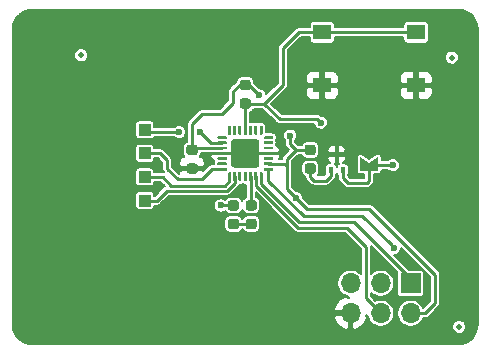
<source format=gbr>
G04 #@! TF.GenerationSoftware,KiCad,Pcbnew,(5.1.8)-1*
G04 #@! TF.CreationDate,2021-01-19T07:45:21+02:00*
G04 #@! TF.ProjectId,reverse,72657665-7273-4652-9e6b-696361645f70,rev?*
G04 #@! TF.SameCoordinates,Original*
G04 #@! TF.FileFunction,Copper,L1,Top*
G04 #@! TF.FilePolarity,Positive*
%FSLAX46Y46*%
G04 Gerber Fmt 4.6, Leading zero omitted, Abs format (unit mm)*
G04 Created by KiCad (PCBNEW (5.1.8)-1) date 2021-01-19 07:45:21*
%MOMM*%
%LPD*%
G01*
G04 APERTURE LIST*
G04 #@! TA.AperFunction,SMDPad,CuDef*
%ADD10C,0.500000*%
G04 #@! TD*
G04 #@! TA.AperFunction,SMDPad,CuDef*
%ADD11R,0.400000X0.510000*%
G04 #@! TD*
G04 #@! TA.AperFunction,SMDPad,CuDef*
%ADD12C,0.100000*%
G04 #@! TD*
G04 #@! TA.AperFunction,SMDPad,CuDef*
%ADD13R,1.000000X1.000000*%
G04 #@! TD*
G04 #@! TA.AperFunction,SMDPad,CuDef*
%ADD14R,1.550000X1.300000*%
G04 #@! TD*
G04 #@! TA.AperFunction,ComponentPad*
%ADD15O,1.700000X1.700000*%
G04 #@! TD*
G04 #@! TA.AperFunction,ComponentPad*
%ADD16R,1.700000X1.700000*%
G04 #@! TD*
G04 #@! TA.AperFunction,ViaPad*
%ADD17C,0.600000*%
G04 #@! TD*
G04 #@! TA.AperFunction,Conductor*
%ADD18C,0.250000*%
G04 #@! TD*
G04 #@! TA.AperFunction,Conductor*
%ADD19C,0.200000*%
G04 #@! TD*
G04 #@! TA.AperFunction,Conductor*
%ADD20C,0.100000*%
G04 #@! TD*
G04 APERTURE END LIST*
D10*
X127100000Y-51200000D03*
X159100000Y-74200000D03*
X158500000Y-51400000D03*
D11*
X149250000Y-60900000D03*
X148250000Y-60900000D03*
X148750000Y-59600000D03*
G04 #@! TA.AperFunction,SMDPad,CuDef*
D12*
G36*
X139724693Y-57151201D02*
G01*
X139736418Y-57154758D01*
X139747223Y-57160533D01*
X139756694Y-57168306D01*
X139764467Y-57177777D01*
X139770242Y-57188582D01*
X139773799Y-57200307D01*
X139775000Y-57212500D01*
X139775000Y-57887500D01*
X139773799Y-57899693D01*
X139770242Y-57911418D01*
X139764467Y-57922223D01*
X139756694Y-57931694D01*
X139747223Y-57939467D01*
X139736418Y-57945242D01*
X139724693Y-57948799D01*
X139712500Y-57950000D01*
X139650888Y-57950000D01*
X139638695Y-57948799D01*
X139626970Y-57945242D01*
X139616165Y-57939467D01*
X139606694Y-57931694D01*
X139543306Y-57868306D01*
X139535533Y-57858835D01*
X139529758Y-57848030D01*
X139526201Y-57836305D01*
X139525000Y-57824112D01*
X139525000Y-57212500D01*
X139526201Y-57200307D01*
X139529758Y-57188582D01*
X139535533Y-57177777D01*
X139543306Y-57168306D01*
X139552777Y-57160533D01*
X139563582Y-57154758D01*
X139575307Y-57151201D01*
X139587500Y-57150000D01*
X139712500Y-57150000D01*
X139724693Y-57151201D01*
G37*
G04 #@! TD.AperFunction*
G04 #@! TA.AperFunction,SMDPad,CuDef*
G36*
G01*
X139975000Y-57887500D02*
X139975000Y-57212500D01*
G75*
G02*
X140037500Y-57150000I62500J0D01*
G01*
X140162500Y-57150000D01*
G75*
G02*
X140225000Y-57212500I0J-62500D01*
G01*
X140225000Y-57887500D01*
G75*
G02*
X140162500Y-57950000I-62500J0D01*
G01*
X140037500Y-57950000D01*
G75*
G02*
X139975000Y-57887500I0J62500D01*
G01*
G37*
G04 #@! TD.AperFunction*
G04 #@! TA.AperFunction,SMDPad,CuDef*
G36*
G01*
X140425000Y-57887500D02*
X140425000Y-57212500D01*
G75*
G02*
X140487500Y-57150000I62500J0D01*
G01*
X140612500Y-57150000D01*
G75*
G02*
X140675000Y-57212500I0J-62500D01*
G01*
X140675000Y-57887500D01*
G75*
G02*
X140612500Y-57950000I-62500J0D01*
G01*
X140487500Y-57950000D01*
G75*
G02*
X140425000Y-57887500I0J62500D01*
G01*
G37*
G04 #@! TD.AperFunction*
G04 #@! TA.AperFunction,SMDPad,CuDef*
G36*
G01*
X140875000Y-57887500D02*
X140875000Y-57212500D01*
G75*
G02*
X140937500Y-57150000I62500J0D01*
G01*
X141062500Y-57150000D01*
G75*
G02*
X141125000Y-57212500I0J-62500D01*
G01*
X141125000Y-57887500D01*
G75*
G02*
X141062500Y-57950000I-62500J0D01*
G01*
X140937500Y-57950000D01*
G75*
G02*
X140875000Y-57887500I0J62500D01*
G01*
G37*
G04 #@! TD.AperFunction*
G04 #@! TA.AperFunction,SMDPad,CuDef*
G36*
G01*
X141325000Y-57887500D02*
X141325000Y-57212500D01*
G75*
G02*
X141387500Y-57150000I62500J0D01*
G01*
X141512500Y-57150000D01*
G75*
G02*
X141575000Y-57212500I0J-62500D01*
G01*
X141575000Y-57887500D01*
G75*
G02*
X141512500Y-57950000I-62500J0D01*
G01*
X141387500Y-57950000D01*
G75*
G02*
X141325000Y-57887500I0J62500D01*
G01*
G37*
G04 #@! TD.AperFunction*
G04 #@! TA.AperFunction,SMDPad,CuDef*
G36*
G01*
X141775000Y-57887500D02*
X141775000Y-57212500D01*
G75*
G02*
X141837500Y-57150000I62500J0D01*
G01*
X141962500Y-57150000D01*
G75*
G02*
X142025000Y-57212500I0J-62500D01*
G01*
X142025000Y-57887500D01*
G75*
G02*
X141962500Y-57950000I-62500J0D01*
G01*
X141837500Y-57950000D01*
G75*
G02*
X141775000Y-57887500I0J62500D01*
G01*
G37*
G04 #@! TD.AperFunction*
G04 #@! TA.AperFunction,SMDPad,CuDef*
G36*
X142424693Y-57151201D02*
G01*
X142436418Y-57154758D01*
X142447223Y-57160533D01*
X142456694Y-57168306D01*
X142464467Y-57177777D01*
X142470242Y-57188582D01*
X142473799Y-57200307D01*
X142475000Y-57212500D01*
X142475000Y-57824112D01*
X142473799Y-57836305D01*
X142470242Y-57848030D01*
X142464467Y-57858835D01*
X142456694Y-57868306D01*
X142393306Y-57931694D01*
X142383835Y-57939467D01*
X142373030Y-57945242D01*
X142361305Y-57948799D01*
X142349112Y-57950000D01*
X142287500Y-57950000D01*
X142275307Y-57948799D01*
X142263582Y-57945242D01*
X142252777Y-57939467D01*
X142243306Y-57931694D01*
X142235533Y-57922223D01*
X142229758Y-57911418D01*
X142226201Y-57899693D01*
X142225000Y-57887500D01*
X142225000Y-57212500D01*
X142226201Y-57200307D01*
X142229758Y-57188582D01*
X142235533Y-57177777D01*
X142243306Y-57168306D01*
X142252777Y-57160533D01*
X142263582Y-57154758D01*
X142275307Y-57151201D01*
X142287500Y-57150000D01*
X142412500Y-57150000D01*
X142424693Y-57151201D01*
G37*
G04 #@! TD.AperFunction*
G04 #@! TA.AperFunction,SMDPad,CuDef*
G36*
X143299693Y-58026201D02*
G01*
X143311418Y-58029758D01*
X143322223Y-58035533D01*
X143331694Y-58043306D01*
X143339467Y-58052777D01*
X143345242Y-58063582D01*
X143348799Y-58075307D01*
X143350000Y-58087500D01*
X143350000Y-58212500D01*
X143348799Y-58224693D01*
X143345242Y-58236418D01*
X143339467Y-58247223D01*
X143331694Y-58256694D01*
X143322223Y-58264467D01*
X143311418Y-58270242D01*
X143299693Y-58273799D01*
X143287500Y-58275000D01*
X142612500Y-58275000D01*
X142600307Y-58273799D01*
X142588582Y-58270242D01*
X142577777Y-58264467D01*
X142568306Y-58256694D01*
X142560533Y-58247223D01*
X142554758Y-58236418D01*
X142551201Y-58224693D01*
X142550000Y-58212500D01*
X142550000Y-58150888D01*
X142551201Y-58138695D01*
X142554758Y-58126970D01*
X142560533Y-58116165D01*
X142568306Y-58106694D01*
X142631694Y-58043306D01*
X142641165Y-58035533D01*
X142651970Y-58029758D01*
X142663695Y-58026201D01*
X142675888Y-58025000D01*
X143287500Y-58025000D01*
X143299693Y-58026201D01*
G37*
G04 #@! TD.AperFunction*
G04 #@! TA.AperFunction,SMDPad,CuDef*
G36*
G01*
X142550000Y-58662500D02*
X142550000Y-58537500D01*
G75*
G02*
X142612500Y-58475000I62500J0D01*
G01*
X143287500Y-58475000D01*
G75*
G02*
X143350000Y-58537500I0J-62500D01*
G01*
X143350000Y-58662500D01*
G75*
G02*
X143287500Y-58725000I-62500J0D01*
G01*
X142612500Y-58725000D01*
G75*
G02*
X142550000Y-58662500I0J62500D01*
G01*
G37*
G04 #@! TD.AperFunction*
G04 #@! TA.AperFunction,SMDPad,CuDef*
G36*
G01*
X142550000Y-59112500D02*
X142550000Y-58987500D01*
G75*
G02*
X142612500Y-58925000I62500J0D01*
G01*
X143287500Y-58925000D01*
G75*
G02*
X143350000Y-58987500I0J-62500D01*
G01*
X143350000Y-59112500D01*
G75*
G02*
X143287500Y-59175000I-62500J0D01*
G01*
X142612500Y-59175000D01*
G75*
G02*
X142550000Y-59112500I0J62500D01*
G01*
G37*
G04 #@! TD.AperFunction*
G04 #@! TA.AperFunction,SMDPad,CuDef*
G36*
G01*
X142550000Y-59562500D02*
X142550000Y-59437500D01*
G75*
G02*
X142612500Y-59375000I62500J0D01*
G01*
X143287500Y-59375000D01*
G75*
G02*
X143350000Y-59437500I0J-62500D01*
G01*
X143350000Y-59562500D01*
G75*
G02*
X143287500Y-59625000I-62500J0D01*
G01*
X142612500Y-59625000D01*
G75*
G02*
X142550000Y-59562500I0J62500D01*
G01*
G37*
G04 #@! TD.AperFunction*
G04 #@! TA.AperFunction,SMDPad,CuDef*
G36*
G01*
X142550000Y-60012500D02*
X142550000Y-59887500D01*
G75*
G02*
X142612500Y-59825000I62500J0D01*
G01*
X143287500Y-59825000D01*
G75*
G02*
X143350000Y-59887500I0J-62500D01*
G01*
X143350000Y-60012500D01*
G75*
G02*
X143287500Y-60075000I-62500J0D01*
G01*
X142612500Y-60075000D01*
G75*
G02*
X142550000Y-60012500I0J62500D01*
G01*
G37*
G04 #@! TD.AperFunction*
G04 #@! TA.AperFunction,SMDPad,CuDef*
G36*
G01*
X142550000Y-60462500D02*
X142550000Y-60337500D01*
G75*
G02*
X142612500Y-60275000I62500J0D01*
G01*
X143287500Y-60275000D01*
G75*
G02*
X143350000Y-60337500I0J-62500D01*
G01*
X143350000Y-60462500D01*
G75*
G02*
X143287500Y-60525000I-62500J0D01*
G01*
X142612500Y-60525000D01*
G75*
G02*
X142550000Y-60462500I0J62500D01*
G01*
G37*
G04 #@! TD.AperFunction*
G04 #@! TA.AperFunction,SMDPad,CuDef*
G36*
X143299693Y-60726201D02*
G01*
X143311418Y-60729758D01*
X143322223Y-60735533D01*
X143331694Y-60743306D01*
X143339467Y-60752777D01*
X143345242Y-60763582D01*
X143348799Y-60775307D01*
X143350000Y-60787500D01*
X143350000Y-60912500D01*
X143348799Y-60924693D01*
X143345242Y-60936418D01*
X143339467Y-60947223D01*
X143331694Y-60956694D01*
X143322223Y-60964467D01*
X143311418Y-60970242D01*
X143299693Y-60973799D01*
X143287500Y-60975000D01*
X142675888Y-60975000D01*
X142663695Y-60973799D01*
X142651970Y-60970242D01*
X142641165Y-60964467D01*
X142631694Y-60956694D01*
X142568306Y-60893306D01*
X142560533Y-60883835D01*
X142554758Y-60873030D01*
X142551201Y-60861305D01*
X142550000Y-60849112D01*
X142550000Y-60787500D01*
X142551201Y-60775307D01*
X142554758Y-60763582D01*
X142560533Y-60752777D01*
X142568306Y-60743306D01*
X142577777Y-60735533D01*
X142588582Y-60729758D01*
X142600307Y-60726201D01*
X142612500Y-60725000D01*
X143287500Y-60725000D01*
X143299693Y-60726201D01*
G37*
G04 #@! TD.AperFunction*
G04 #@! TA.AperFunction,SMDPad,CuDef*
G36*
X142361305Y-61051201D02*
G01*
X142373030Y-61054758D01*
X142383835Y-61060533D01*
X142393306Y-61068306D01*
X142456694Y-61131694D01*
X142464467Y-61141165D01*
X142470242Y-61151970D01*
X142473799Y-61163695D01*
X142475000Y-61175888D01*
X142475000Y-61787500D01*
X142473799Y-61799693D01*
X142470242Y-61811418D01*
X142464467Y-61822223D01*
X142456694Y-61831694D01*
X142447223Y-61839467D01*
X142436418Y-61845242D01*
X142424693Y-61848799D01*
X142412500Y-61850000D01*
X142287500Y-61850000D01*
X142275307Y-61848799D01*
X142263582Y-61845242D01*
X142252777Y-61839467D01*
X142243306Y-61831694D01*
X142235533Y-61822223D01*
X142229758Y-61811418D01*
X142226201Y-61799693D01*
X142225000Y-61787500D01*
X142225000Y-61112500D01*
X142226201Y-61100307D01*
X142229758Y-61088582D01*
X142235533Y-61077777D01*
X142243306Y-61068306D01*
X142252777Y-61060533D01*
X142263582Y-61054758D01*
X142275307Y-61051201D01*
X142287500Y-61050000D01*
X142349112Y-61050000D01*
X142361305Y-61051201D01*
G37*
G04 #@! TD.AperFunction*
G04 #@! TA.AperFunction,SMDPad,CuDef*
G36*
G01*
X141775000Y-61787500D02*
X141775000Y-61112500D01*
G75*
G02*
X141837500Y-61050000I62500J0D01*
G01*
X141962500Y-61050000D01*
G75*
G02*
X142025000Y-61112500I0J-62500D01*
G01*
X142025000Y-61787500D01*
G75*
G02*
X141962500Y-61850000I-62500J0D01*
G01*
X141837500Y-61850000D01*
G75*
G02*
X141775000Y-61787500I0J62500D01*
G01*
G37*
G04 #@! TD.AperFunction*
G04 #@! TA.AperFunction,SMDPad,CuDef*
G36*
G01*
X141325000Y-61787500D02*
X141325000Y-61112500D01*
G75*
G02*
X141387500Y-61050000I62500J0D01*
G01*
X141512500Y-61050000D01*
G75*
G02*
X141575000Y-61112500I0J-62500D01*
G01*
X141575000Y-61787500D01*
G75*
G02*
X141512500Y-61850000I-62500J0D01*
G01*
X141387500Y-61850000D01*
G75*
G02*
X141325000Y-61787500I0J62500D01*
G01*
G37*
G04 #@! TD.AperFunction*
G04 #@! TA.AperFunction,SMDPad,CuDef*
G36*
G01*
X140875000Y-61787500D02*
X140875000Y-61112500D01*
G75*
G02*
X140937500Y-61050000I62500J0D01*
G01*
X141062500Y-61050000D01*
G75*
G02*
X141125000Y-61112500I0J-62500D01*
G01*
X141125000Y-61787500D01*
G75*
G02*
X141062500Y-61850000I-62500J0D01*
G01*
X140937500Y-61850000D01*
G75*
G02*
X140875000Y-61787500I0J62500D01*
G01*
G37*
G04 #@! TD.AperFunction*
G04 #@! TA.AperFunction,SMDPad,CuDef*
G36*
G01*
X140425000Y-61787500D02*
X140425000Y-61112500D01*
G75*
G02*
X140487500Y-61050000I62500J0D01*
G01*
X140612500Y-61050000D01*
G75*
G02*
X140675000Y-61112500I0J-62500D01*
G01*
X140675000Y-61787500D01*
G75*
G02*
X140612500Y-61850000I-62500J0D01*
G01*
X140487500Y-61850000D01*
G75*
G02*
X140425000Y-61787500I0J62500D01*
G01*
G37*
G04 #@! TD.AperFunction*
G04 #@! TA.AperFunction,SMDPad,CuDef*
G36*
G01*
X139975000Y-61787500D02*
X139975000Y-61112500D01*
G75*
G02*
X140037500Y-61050000I62500J0D01*
G01*
X140162500Y-61050000D01*
G75*
G02*
X140225000Y-61112500I0J-62500D01*
G01*
X140225000Y-61787500D01*
G75*
G02*
X140162500Y-61850000I-62500J0D01*
G01*
X140037500Y-61850000D01*
G75*
G02*
X139975000Y-61787500I0J62500D01*
G01*
G37*
G04 #@! TD.AperFunction*
G04 #@! TA.AperFunction,SMDPad,CuDef*
G36*
X139724693Y-61051201D02*
G01*
X139736418Y-61054758D01*
X139747223Y-61060533D01*
X139756694Y-61068306D01*
X139764467Y-61077777D01*
X139770242Y-61088582D01*
X139773799Y-61100307D01*
X139775000Y-61112500D01*
X139775000Y-61787500D01*
X139773799Y-61799693D01*
X139770242Y-61811418D01*
X139764467Y-61822223D01*
X139756694Y-61831694D01*
X139747223Y-61839467D01*
X139736418Y-61845242D01*
X139724693Y-61848799D01*
X139712500Y-61850000D01*
X139587500Y-61850000D01*
X139575307Y-61848799D01*
X139563582Y-61845242D01*
X139552777Y-61839467D01*
X139543306Y-61831694D01*
X139535533Y-61822223D01*
X139529758Y-61811418D01*
X139526201Y-61799693D01*
X139525000Y-61787500D01*
X139525000Y-61175888D01*
X139526201Y-61163695D01*
X139529758Y-61151970D01*
X139535533Y-61141165D01*
X139543306Y-61131694D01*
X139606694Y-61068306D01*
X139616165Y-61060533D01*
X139626970Y-61054758D01*
X139638695Y-61051201D01*
X139650888Y-61050000D01*
X139712500Y-61050000D01*
X139724693Y-61051201D01*
G37*
G04 #@! TD.AperFunction*
G04 #@! TA.AperFunction,SMDPad,CuDef*
G36*
X139399693Y-60726201D02*
G01*
X139411418Y-60729758D01*
X139422223Y-60735533D01*
X139431694Y-60743306D01*
X139439467Y-60752777D01*
X139445242Y-60763582D01*
X139448799Y-60775307D01*
X139450000Y-60787500D01*
X139450000Y-60849112D01*
X139448799Y-60861305D01*
X139445242Y-60873030D01*
X139439467Y-60883835D01*
X139431694Y-60893306D01*
X139368306Y-60956694D01*
X139358835Y-60964467D01*
X139348030Y-60970242D01*
X139336305Y-60973799D01*
X139324112Y-60975000D01*
X138712500Y-60975000D01*
X138700307Y-60973799D01*
X138688582Y-60970242D01*
X138677777Y-60964467D01*
X138668306Y-60956694D01*
X138660533Y-60947223D01*
X138654758Y-60936418D01*
X138651201Y-60924693D01*
X138650000Y-60912500D01*
X138650000Y-60787500D01*
X138651201Y-60775307D01*
X138654758Y-60763582D01*
X138660533Y-60752777D01*
X138668306Y-60743306D01*
X138677777Y-60735533D01*
X138688582Y-60729758D01*
X138700307Y-60726201D01*
X138712500Y-60725000D01*
X139387500Y-60725000D01*
X139399693Y-60726201D01*
G37*
G04 #@! TD.AperFunction*
G04 #@! TA.AperFunction,SMDPad,CuDef*
G36*
G01*
X138650000Y-60462500D02*
X138650000Y-60337500D01*
G75*
G02*
X138712500Y-60275000I62500J0D01*
G01*
X139387500Y-60275000D01*
G75*
G02*
X139450000Y-60337500I0J-62500D01*
G01*
X139450000Y-60462500D01*
G75*
G02*
X139387500Y-60525000I-62500J0D01*
G01*
X138712500Y-60525000D01*
G75*
G02*
X138650000Y-60462500I0J62500D01*
G01*
G37*
G04 #@! TD.AperFunction*
G04 #@! TA.AperFunction,SMDPad,CuDef*
G36*
G01*
X138650000Y-60012500D02*
X138650000Y-59887500D01*
G75*
G02*
X138712500Y-59825000I62500J0D01*
G01*
X139387500Y-59825000D01*
G75*
G02*
X139450000Y-59887500I0J-62500D01*
G01*
X139450000Y-60012500D01*
G75*
G02*
X139387500Y-60075000I-62500J0D01*
G01*
X138712500Y-60075000D01*
G75*
G02*
X138650000Y-60012500I0J62500D01*
G01*
G37*
G04 #@! TD.AperFunction*
G04 #@! TA.AperFunction,SMDPad,CuDef*
G36*
G01*
X138650000Y-59562500D02*
X138650000Y-59437500D01*
G75*
G02*
X138712500Y-59375000I62500J0D01*
G01*
X139387500Y-59375000D01*
G75*
G02*
X139450000Y-59437500I0J-62500D01*
G01*
X139450000Y-59562500D01*
G75*
G02*
X139387500Y-59625000I-62500J0D01*
G01*
X138712500Y-59625000D01*
G75*
G02*
X138650000Y-59562500I0J62500D01*
G01*
G37*
G04 #@! TD.AperFunction*
G04 #@! TA.AperFunction,SMDPad,CuDef*
G36*
G01*
X138650000Y-59112500D02*
X138650000Y-58987500D01*
G75*
G02*
X138712500Y-58925000I62500J0D01*
G01*
X139387500Y-58925000D01*
G75*
G02*
X139450000Y-58987500I0J-62500D01*
G01*
X139450000Y-59112500D01*
G75*
G02*
X139387500Y-59175000I-62500J0D01*
G01*
X138712500Y-59175000D01*
G75*
G02*
X138650000Y-59112500I0J62500D01*
G01*
G37*
G04 #@! TD.AperFunction*
G04 #@! TA.AperFunction,SMDPad,CuDef*
G36*
G01*
X138650000Y-58662500D02*
X138650000Y-58537500D01*
G75*
G02*
X138712500Y-58475000I62500J0D01*
G01*
X139387500Y-58475000D01*
G75*
G02*
X139450000Y-58537500I0J-62500D01*
G01*
X139450000Y-58662500D01*
G75*
G02*
X139387500Y-58725000I-62500J0D01*
G01*
X138712500Y-58725000D01*
G75*
G02*
X138650000Y-58662500I0J62500D01*
G01*
G37*
G04 #@! TD.AperFunction*
G04 #@! TA.AperFunction,SMDPad,CuDef*
G36*
X139336305Y-58026201D02*
G01*
X139348030Y-58029758D01*
X139358835Y-58035533D01*
X139368306Y-58043306D01*
X139431694Y-58106694D01*
X139439467Y-58116165D01*
X139445242Y-58126970D01*
X139448799Y-58138695D01*
X139450000Y-58150888D01*
X139450000Y-58212500D01*
X139448799Y-58224693D01*
X139445242Y-58236418D01*
X139439467Y-58247223D01*
X139431694Y-58256694D01*
X139422223Y-58264467D01*
X139411418Y-58270242D01*
X139399693Y-58273799D01*
X139387500Y-58275000D01*
X138712500Y-58275000D01*
X138700307Y-58273799D01*
X138688582Y-58270242D01*
X138677777Y-58264467D01*
X138668306Y-58256694D01*
X138660533Y-58247223D01*
X138654758Y-58236418D01*
X138651201Y-58224693D01*
X138650000Y-58212500D01*
X138650000Y-58087500D01*
X138651201Y-58075307D01*
X138654758Y-58063582D01*
X138660533Y-58052777D01*
X138668306Y-58043306D01*
X138677777Y-58035533D01*
X138688582Y-58029758D01*
X138700307Y-58026201D01*
X138712500Y-58025000D01*
X139324112Y-58025000D01*
X139336305Y-58026201D01*
G37*
G04 #@! TD.AperFunction*
G04 #@! TA.AperFunction,SMDPad,CuDef*
G36*
G01*
X139800000Y-60450000D02*
X139800000Y-58550000D01*
G75*
G02*
X140050000Y-58300000I250000J0D01*
G01*
X141950000Y-58300000D01*
G75*
G02*
X142200000Y-58550000I0J-250000D01*
G01*
X142200000Y-60450000D01*
G75*
G02*
X141950000Y-60700000I-250000J0D01*
G01*
X140050000Y-60700000D01*
G75*
G02*
X139800000Y-60450000I0J250000D01*
G01*
G37*
G04 #@! TD.AperFunction*
D13*
X132500000Y-63500000D03*
X132500000Y-61500000D03*
X132500000Y-59500000D03*
X132500000Y-57500000D03*
D14*
X155475000Y-53750000D03*
X155475000Y-49250000D03*
X147525000Y-49250000D03*
X147525000Y-53750000D03*
G04 #@! TA.AperFunction,SMDPad,CuDef*
G36*
G01*
X146243750Y-60350000D02*
X146756250Y-60350000D01*
G75*
G02*
X146975000Y-60568750I0J-218750D01*
G01*
X146975000Y-61006250D01*
G75*
G02*
X146756250Y-61225000I-218750J0D01*
G01*
X146243750Y-61225000D01*
G75*
G02*
X146025000Y-61006250I0J218750D01*
G01*
X146025000Y-60568750D01*
G75*
G02*
X146243750Y-60350000I218750J0D01*
G01*
G37*
G04 #@! TD.AperFunction*
G04 #@! TA.AperFunction,SMDPad,CuDef*
G36*
G01*
X146243750Y-58775000D02*
X146756250Y-58775000D01*
G75*
G02*
X146975000Y-58993750I0J-218750D01*
G01*
X146975000Y-59431250D01*
G75*
G02*
X146756250Y-59650000I-218750J0D01*
G01*
X146243750Y-59650000D01*
G75*
G02*
X146025000Y-59431250I0J218750D01*
G01*
X146025000Y-58993750D01*
G75*
G02*
X146243750Y-58775000I218750J0D01*
G01*
G37*
G04 #@! TD.AperFunction*
G04 #@! TA.AperFunction,SMDPad,CuDef*
G36*
G01*
X140743750Y-54850000D02*
X141256250Y-54850000D01*
G75*
G02*
X141475000Y-55068750I0J-218750D01*
G01*
X141475000Y-55506250D01*
G75*
G02*
X141256250Y-55725000I-218750J0D01*
G01*
X140743750Y-55725000D01*
G75*
G02*
X140525000Y-55506250I0J218750D01*
G01*
X140525000Y-55068750D01*
G75*
G02*
X140743750Y-54850000I218750J0D01*
G01*
G37*
G04 #@! TD.AperFunction*
G04 #@! TA.AperFunction,SMDPad,CuDef*
G36*
G01*
X140743750Y-53275000D02*
X141256250Y-53275000D01*
G75*
G02*
X141475000Y-53493750I0J-218750D01*
G01*
X141475000Y-53931250D01*
G75*
G02*
X141256250Y-54150000I-218750J0D01*
G01*
X140743750Y-54150000D01*
G75*
G02*
X140525000Y-53931250I0J218750D01*
G01*
X140525000Y-53493750D01*
G75*
G02*
X140743750Y-53275000I218750J0D01*
G01*
G37*
G04 #@! TD.AperFunction*
G04 #@! TA.AperFunction,SMDPad,CuDef*
G36*
G01*
X139743750Y-65050000D02*
X140256250Y-65050000D01*
G75*
G02*
X140475000Y-65268750I0J-218750D01*
G01*
X140475000Y-65706250D01*
G75*
G02*
X140256250Y-65925000I-218750J0D01*
G01*
X139743750Y-65925000D01*
G75*
G02*
X139525000Y-65706250I0J218750D01*
G01*
X139525000Y-65268750D01*
G75*
G02*
X139743750Y-65050000I218750J0D01*
G01*
G37*
G04 #@! TD.AperFunction*
G04 #@! TA.AperFunction,SMDPad,CuDef*
G36*
G01*
X139743750Y-63475000D02*
X140256250Y-63475000D01*
G75*
G02*
X140475000Y-63693750I0J-218750D01*
G01*
X140475000Y-64131250D01*
G75*
G02*
X140256250Y-64350000I-218750J0D01*
G01*
X139743750Y-64350000D01*
G75*
G02*
X139525000Y-64131250I0J218750D01*
G01*
X139525000Y-63693750D01*
G75*
G02*
X139743750Y-63475000I218750J0D01*
G01*
G37*
G04 #@! TD.AperFunction*
G04 #@! TA.AperFunction,SMDPad,CuDef*
D12*
G36*
X151500000Y-60025000D02*
G01*
X150750000Y-59525000D01*
X150750000Y-58525000D01*
X152250000Y-58525000D01*
X152250000Y-59525000D01*
X151500000Y-60025000D01*
G37*
G04 #@! TD.AperFunction*
G04 #@! TA.AperFunction,SMDPad,CuDef*
G36*
X150750000Y-60975000D02*
G01*
X150750000Y-59825000D01*
X151500000Y-60325000D01*
X152250000Y-59825000D01*
X152250000Y-60975000D01*
X150750000Y-60975000D01*
G37*
G04 #@! TD.AperFunction*
D15*
X149920000Y-73040000D03*
X149920000Y-70500000D03*
X152460000Y-73040000D03*
X152460000Y-70500000D03*
X155000000Y-73040000D03*
D16*
X155000000Y-70500000D03*
G04 #@! TA.AperFunction,SMDPad,CuDef*
G36*
G01*
X141243750Y-65050000D02*
X141756250Y-65050000D01*
G75*
G02*
X141975000Y-65268750I0J-218750D01*
G01*
X141975000Y-65706250D01*
G75*
G02*
X141756250Y-65925000I-218750J0D01*
G01*
X141243750Y-65925000D01*
G75*
G02*
X141025000Y-65706250I0J218750D01*
G01*
X141025000Y-65268750D01*
G75*
G02*
X141243750Y-65050000I218750J0D01*
G01*
G37*
G04 #@! TD.AperFunction*
G04 #@! TA.AperFunction,SMDPad,CuDef*
G36*
G01*
X141243750Y-63475000D02*
X141756250Y-63475000D01*
G75*
G02*
X141975000Y-63693750I0J-218750D01*
G01*
X141975000Y-64131250D01*
G75*
G02*
X141756250Y-64350000I-218750J0D01*
G01*
X141243750Y-64350000D01*
G75*
G02*
X141025000Y-64131250I0J218750D01*
G01*
X141025000Y-63693750D01*
G75*
G02*
X141243750Y-63475000I218750J0D01*
G01*
G37*
G04 #@! TD.AperFunction*
G04 #@! TA.AperFunction,SMDPad,CuDef*
G36*
G01*
X136243750Y-60350000D02*
X136756250Y-60350000D01*
G75*
G02*
X136975000Y-60568750I0J-218750D01*
G01*
X136975000Y-61006250D01*
G75*
G02*
X136756250Y-61225000I-218750J0D01*
G01*
X136243750Y-61225000D01*
G75*
G02*
X136025000Y-61006250I0J218750D01*
G01*
X136025000Y-60568750D01*
G75*
G02*
X136243750Y-60350000I218750J0D01*
G01*
G37*
G04 #@! TD.AperFunction*
G04 #@! TA.AperFunction,SMDPad,CuDef*
G36*
G01*
X136243750Y-58775000D02*
X136756250Y-58775000D01*
G75*
G02*
X136975000Y-58993750I0J-218750D01*
G01*
X136975000Y-59431250D01*
G75*
G02*
X136756250Y-59650000I-218750J0D01*
G01*
X136243750Y-59650000D01*
G75*
G02*
X136025000Y-59431250I0J218750D01*
G01*
X136025000Y-58993750D01*
G75*
G02*
X136243750Y-58775000I218750J0D01*
G01*
G37*
G04 #@! TD.AperFunction*
D17*
X138912500Y-63912500D03*
X145300000Y-63300000D03*
X142200000Y-54600000D03*
X144800000Y-58000000D03*
X153500000Y-60500000D03*
X135500000Y-60800000D03*
X149600000Y-59500000D03*
X153200000Y-59000000D03*
X149000000Y-53800000D03*
X154000000Y-53800000D03*
X137800000Y-59800000D03*
X144100000Y-59400000D03*
X147400000Y-56900000D03*
X153600000Y-67500000D03*
X137200000Y-57700000D03*
X135400000Y-57700000D03*
D18*
X136662500Y-59050000D02*
X136500000Y-59212500D01*
X139050000Y-59050000D02*
X136662500Y-59050000D01*
X144500000Y-61422708D02*
X144500000Y-60000000D01*
X145287500Y-59212500D02*
X146500000Y-59212500D01*
X144500000Y-60000000D02*
X145287500Y-59212500D01*
X140000000Y-63912500D02*
X138912500Y-63912500D01*
X144500000Y-62500000D02*
X144500000Y-61422708D01*
X145300000Y-63300000D02*
X144500000Y-62500000D01*
X143350000Y-60400000D02*
X142950000Y-60400000D01*
X144300000Y-60400000D02*
X143350000Y-60400000D01*
X144500000Y-61422708D02*
X144500000Y-60600000D01*
X144500000Y-60600000D02*
X144300000Y-60400000D01*
X145600000Y-63600000D02*
X145300000Y-63300000D01*
X146200000Y-64200000D02*
X145600000Y-63600000D01*
X156202081Y-73040000D02*
X157100000Y-72142081D01*
X155000000Y-73040000D02*
X156202081Y-73040000D01*
X157100000Y-72142081D02*
X157100000Y-69800000D01*
X157100000Y-69800000D02*
X151500000Y-64200000D01*
X151500000Y-64200000D02*
X146200000Y-64200000D01*
X141000000Y-53712500D02*
X141312500Y-53712500D01*
X141312500Y-53712500D02*
X142200000Y-54600000D01*
X144800000Y-58725000D02*
X145287500Y-59212500D01*
X144800000Y-58000000D02*
X144800000Y-58725000D01*
X136500000Y-59212500D02*
X136500000Y-57000000D01*
X136500000Y-57000000D02*
X137300000Y-56200000D01*
X137300000Y-56200000D02*
X139000000Y-56200000D01*
X139000000Y-56200000D02*
X140000000Y-55200000D01*
X140525000Y-53712500D02*
X141000000Y-53712500D01*
X140000000Y-54237500D02*
X140525000Y-53712500D01*
X140000000Y-55200000D02*
X140000000Y-54237500D01*
X151500000Y-61800000D02*
X151500000Y-60475000D01*
X151300000Y-62000000D02*
X151500000Y-61800000D01*
X149700000Y-62000000D02*
X151300000Y-62000000D01*
X149250000Y-60900000D02*
X149250000Y-61550000D01*
X149250000Y-61550000D02*
X149700000Y-62000000D01*
X151500000Y-60475000D02*
X153475000Y-60475000D01*
X153475000Y-60475000D02*
X153500000Y-60500000D01*
X139050000Y-59500000D02*
X141000000Y-59500000D01*
X142950000Y-59500000D02*
X141000000Y-59500000D01*
X136500000Y-60787500D02*
X135512500Y-60787500D01*
X135512500Y-60787500D02*
X135500000Y-60800000D01*
X148750000Y-59600000D02*
X149500000Y-59600000D01*
X149500000Y-59600000D02*
X149600000Y-59500000D01*
X151500000Y-59025000D02*
X153175000Y-59025000D01*
X153175000Y-59025000D02*
X153200000Y-59000000D01*
X147525000Y-53750000D02*
X148950000Y-53750000D01*
X148950000Y-53750000D02*
X149000000Y-53800000D01*
X155475000Y-53750000D02*
X154050000Y-53750000D01*
X154050000Y-53750000D02*
X154000000Y-53800000D01*
X139050000Y-59500000D02*
X138100000Y-59500000D01*
X138100000Y-59500000D02*
X137800000Y-59800000D01*
X142950000Y-59500000D02*
X144000000Y-59500000D01*
X144000000Y-59500000D02*
X144100000Y-59400000D01*
X140000000Y-65487500D02*
X141500000Y-65487500D01*
X141450000Y-63912500D02*
X141500000Y-63962500D01*
X141450000Y-61450000D02*
X141450000Y-63912500D01*
X155475000Y-49250000D02*
X147525000Y-49250000D01*
X147525000Y-49250000D02*
X145550000Y-49250000D01*
X145550000Y-49250000D02*
X144200000Y-50600000D01*
X144200000Y-50600000D02*
X144200000Y-53700000D01*
X142612500Y-55287500D02*
X141000000Y-55287500D01*
X141000000Y-57550000D02*
X141000000Y-55287500D01*
X143900001Y-56600001D02*
X142600000Y-55300000D01*
X147100001Y-56600001D02*
X143900001Y-56600001D01*
X147400000Y-56900000D02*
X147100001Y-56600001D01*
X144200000Y-53700000D02*
X142600000Y-55300000D01*
X142600000Y-55300000D02*
X142612500Y-55287500D01*
X151200000Y-71780000D02*
X152460000Y-73040000D01*
X141900000Y-62231397D02*
X145468603Y-65800000D01*
X149600000Y-65800000D02*
X151200000Y-67400000D01*
X151200000Y-67400000D02*
X151200000Y-71780000D01*
X141900000Y-61450000D02*
X141900000Y-62231397D01*
X145468603Y-65800000D02*
X149600000Y-65800000D01*
X145948998Y-64800000D02*
X150900000Y-64800000D01*
X142950000Y-60850000D02*
X142950000Y-61801002D01*
X153300001Y-67200001D02*
X153600000Y-67500000D01*
X150900000Y-64800000D02*
X153300001Y-67200001D01*
X142950000Y-61801002D02*
X145948998Y-64800000D01*
X142350000Y-61850000D02*
X142350000Y-61450000D01*
X155000000Y-70100000D02*
X150200000Y-65300000D01*
X155000000Y-70500000D02*
X155000000Y-70100000D01*
X150200000Y-65300000D02*
X145534301Y-65300000D01*
X145534301Y-65300000D02*
X142350000Y-62115699D01*
X142350000Y-62115699D02*
X142350000Y-61850000D01*
X146500000Y-61500000D02*
X146500000Y-60787500D01*
X146800000Y-61800000D02*
X146500000Y-61500000D01*
X148250000Y-60900000D02*
X148250000Y-61405000D01*
X147855000Y-61800000D02*
X146800000Y-61800000D01*
X148250000Y-61405000D02*
X147855000Y-61800000D01*
X139050000Y-58600000D02*
X138100000Y-58600000D01*
X138100000Y-58600000D02*
X137200000Y-57700000D01*
X132700000Y-57700000D02*
X132500000Y-57500000D01*
X135400000Y-57700000D02*
X132700000Y-57700000D01*
X139050000Y-60850000D02*
X138150000Y-60850000D01*
X138150000Y-60850000D02*
X137300000Y-61700000D01*
X137300000Y-61700000D02*
X135300000Y-61700000D01*
X135300000Y-61700000D02*
X134400000Y-60800000D01*
X134400000Y-60800000D02*
X134400000Y-60100000D01*
X133800000Y-59500000D02*
X132500000Y-59500000D01*
X134400000Y-60100000D02*
X133800000Y-59500000D01*
X139650000Y-61877312D02*
X139277312Y-62250000D01*
X139650000Y-61450000D02*
X139650000Y-61877312D01*
X139277312Y-62250000D02*
X134750000Y-62250000D01*
X134000000Y-61500000D02*
X132500000Y-61500000D01*
X134750000Y-62250000D02*
X134000000Y-61500000D01*
X140100000Y-61450000D02*
X140100000Y-62000000D01*
X139449990Y-62650010D02*
X134349990Y-62650010D01*
X140100000Y-62000000D02*
X139449990Y-62650010D01*
X133500000Y-63500000D02*
X132500000Y-63500000D01*
X134349990Y-62650010D02*
X133500000Y-63500000D01*
D19*
X159325040Y-47358429D02*
X159637699Y-47452827D01*
X159926068Y-47606156D01*
X160179167Y-47812578D01*
X160387345Y-48064223D01*
X160542685Y-48351518D01*
X160639261Y-48663508D01*
X160675000Y-49003540D01*
X160675001Y-73984093D01*
X160641571Y-74325041D01*
X160547173Y-74637700D01*
X160393843Y-74926070D01*
X160187422Y-75179167D01*
X159935780Y-75387344D01*
X159648481Y-75542685D01*
X159336497Y-75639260D01*
X158996460Y-75675000D01*
X123015897Y-75675000D01*
X122674959Y-75641571D01*
X122362300Y-75547173D01*
X122073930Y-75393843D01*
X121820833Y-75187422D01*
X121612656Y-74935780D01*
X121457315Y-74648481D01*
X121360740Y-74336497D01*
X121325000Y-73996460D01*
X121325000Y-73418911D01*
X148512091Y-73418911D01*
X148613065Y-73686300D01*
X148764264Y-73928852D01*
X148959878Y-74137246D01*
X149192389Y-74303473D01*
X149452861Y-74421146D01*
X149541090Y-74447903D01*
X149766000Y-74336889D01*
X149766000Y-73194000D01*
X148622150Y-73194000D01*
X148512091Y-73418911D01*
X121325000Y-73418911D01*
X121325000Y-65268750D01*
X139223549Y-65268750D01*
X139223549Y-65706250D01*
X139233545Y-65807736D01*
X139263147Y-65905322D01*
X139311219Y-65995258D01*
X139375912Y-66074088D01*
X139454742Y-66138781D01*
X139544678Y-66186853D01*
X139642264Y-66216455D01*
X139743750Y-66226451D01*
X140256250Y-66226451D01*
X140357736Y-66216455D01*
X140455322Y-66186853D01*
X140545258Y-66138781D01*
X140624088Y-66074088D01*
X140688781Y-65995258D01*
X140733016Y-65912500D01*
X140766984Y-65912500D01*
X140811219Y-65995258D01*
X140875912Y-66074088D01*
X140954742Y-66138781D01*
X141044678Y-66186853D01*
X141142264Y-66216455D01*
X141243750Y-66226451D01*
X141756250Y-66226451D01*
X141857736Y-66216455D01*
X141955322Y-66186853D01*
X142045258Y-66138781D01*
X142124088Y-66074088D01*
X142188781Y-65995258D01*
X142236853Y-65905322D01*
X142266455Y-65807736D01*
X142276451Y-65706250D01*
X142276451Y-65268750D01*
X142266455Y-65167264D01*
X142236853Y-65069678D01*
X142188781Y-64979742D01*
X142124088Y-64900912D01*
X142045258Y-64836219D01*
X141955322Y-64788147D01*
X141857736Y-64758545D01*
X141756250Y-64748549D01*
X141243750Y-64748549D01*
X141142264Y-64758545D01*
X141044678Y-64788147D01*
X140954742Y-64836219D01*
X140875912Y-64900912D01*
X140811219Y-64979742D01*
X140766984Y-65062500D01*
X140733016Y-65062500D01*
X140688781Y-64979742D01*
X140624088Y-64900912D01*
X140545258Y-64836219D01*
X140455322Y-64788147D01*
X140357736Y-64758545D01*
X140256250Y-64748549D01*
X139743750Y-64748549D01*
X139642264Y-64758545D01*
X139544678Y-64788147D01*
X139454742Y-64836219D01*
X139375912Y-64900912D01*
X139311219Y-64979742D01*
X139263147Y-65069678D01*
X139233545Y-65167264D01*
X139223549Y-65268750D01*
X121325000Y-65268750D01*
X121325000Y-59000000D01*
X131698549Y-59000000D01*
X131698549Y-60000000D01*
X131704341Y-60058810D01*
X131721496Y-60115360D01*
X131749353Y-60167477D01*
X131786842Y-60213158D01*
X131832523Y-60250647D01*
X131884640Y-60278504D01*
X131941190Y-60295659D01*
X132000000Y-60301451D01*
X133000000Y-60301451D01*
X133058810Y-60295659D01*
X133115360Y-60278504D01*
X133167477Y-60250647D01*
X133213158Y-60213158D01*
X133250647Y-60167477D01*
X133278504Y-60115360D01*
X133295659Y-60058810D01*
X133301451Y-60000000D01*
X133301451Y-59925000D01*
X133623960Y-59925000D01*
X133975001Y-60276042D01*
X133975000Y-60779133D01*
X133972945Y-60800000D01*
X133975000Y-60820867D01*
X133975000Y-60820873D01*
X133978376Y-60855147D01*
X133981150Y-60883314D01*
X133982127Y-60886533D01*
X134005452Y-60963426D01*
X134044916Y-61037259D01*
X134080727Y-61080895D01*
X134020874Y-61075000D01*
X134020867Y-61075000D01*
X134000000Y-61072945D01*
X133979133Y-61075000D01*
X133301451Y-61075000D01*
X133301451Y-61000000D01*
X133295659Y-60941190D01*
X133278504Y-60884640D01*
X133250647Y-60832523D01*
X133213158Y-60786842D01*
X133167477Y-60749353D01*
X133115360Y-60721496D01*
X133058810Y-60704341D01*
X133000000Y-60698549D01*
X132000000Y-60698549D01*
X131941190Y-60704341D01*
X131884640Y-60721496D01*
X131832523Y-60749353D01*
X131786842Y-60786842D01*
X131749353Y-60832523D01*
X131721496Y-60884640D01*
X131704341Y-60941190D01*
X131698549Y-61000000D01*
X131698549Y-62000000D01*
X131704341Y-62058810D01*
X131721496Y-62115360D01*
X131749353Y-62167477D01*
X131786842Y-62213158D01*
X131832523Y-62250647D01*
X131884640Y-62278504D01*
X131941190Y-62295659D01*
X132000000Y-62301451D01*
X133000000Y-62301451D01*
X133058810Y-62295659D01*
X133115360Y-62278504D01*
X133167477Y-62250647D01*
X133213158Y-62213158D01*
X133250647Y-62167477D01*
X133278504Y-62115360D01*
X133295659Y-62058810D01*
X133301451Y-62000000D01*
X133301451Y-61925000D01*
X133823960Y-61925000D01*
X134165617Y-62266658D01*
X134112730Y-62294926D01*
X134112728Y-62294927D01*
X134112729Y-62294927D01*
X134065955Y-62333314D01*
X134048016Y-62348036D01*
X134034711Y-62364248D01*
X133323960Y-63075000D01*
X133301451Y-63075000D01*
X133301451Y-63000000D01*
X133295659Y-62941190D01*
X133278504Y-62884640D01*
X133250647Y-62832523D01*
X133213158Y-62786842D01*
X133167477Y-62749353D01*
X133115360Y-62721496D01*
X133058810Y-62704341D01*
X133000000Y-62698549D01*
X132000000Y-62698549D01*
X131941190Y-62704341D01*
X131884640Y-62721496D01*
X131832523Y-62749353D01*
X131786842Y-62786842D01*
X131749353Y-62832523D01*
X131721496Y-62884640D01*
X131704341Y-62941190D01*
X131698549Y-63000000D01*
X131698549Y-64000000D01*
X131704341Y-64058810D01*
X131721496Y-64115360D01*
X131749353Y-64167477D01*
X131786842Y-64213158D01*
X131832523Y-64250647D01*
X131884640Y-64278504D01*
X131941190Y-64295659D01*
X132000000Y-64301451D01*
X133000000Y-64301451D01*
X133058810Y-64295659D01*
X133115360Y-64278504D01*
X133167477Y-64250647D01*
X133213158Y-64213158D01*
X133250647Y-64167477D01*
X133278504Y-64115360D01*
X133295659Y-64058810D01*
X133301451Y-64000000D01*
X133301451Y-63925000D01*
X133479133Y-63925000D01*
X133500000Y-63927055D01*
X133520867Y-63925000D01*
X133520874Y-63925000D01*
X133583314Y-63918850D01*
X133663427Y-63894548D01*
X133737260Y-63855084D01*
X133801974Y-63801974D01*
X133815283Y-63785757D01*
X134526031Y-63075010D01*
X139429123Y-63075010D01*
X139449990Y-63077065D01*
X139470857Y-63075010D01*
X139470864Y-63075010D01*
X139533304Y-63068860D01*
X139613417Y-63044558D01*
X139687250Y-63005094D01*
X139751964Y-62951984D01*
X139765273Y-62935767D01*
X140385762Y-62315279D01*
X140401974Y-62301974D01*
X140455084Y-62237260D01*
X140494548Y-62163427D01*
X140498181Y-62151451D01*
X140612500Y-62151451D01*
X140683503Y-62144458D01*
X140751778Y-62123747D01*
X140775000Y-62111334D01*
X140798222Y-62123747D01*
X140866497Y-62144458D01*
X140937500Y-62151451D01*
X141025000Y-62151451D01*
X141025001Y-63223665D01*
X140954742Y-63261219D01*
X140875912Y-63325912D01*
X140811219Y-63404742D01*
X140763147Y-63494678D01*
X140750000Y-63538018D01*
X140736853Y-63494678D01*
X140688781Y-63404742D01*
X140624088Y-63325912D01*
X140545258Y-63261219D01*
X140455322Y-63213147D01*
X140357736Y-63183545D01*
X140256250Y-63173549D01*
X139743750Y-63173549D01*
X139642264Y-63183545D01*
X139544678Y-63213147D01*
X139454742Y-63261219D01*
X139375912Y-63325912D01*
X139311219Y-63404742D01*
X139290518Y-63443470D01*
X139196707Y-63380787D01*
X139087514Y-63335558D01*
X138971595Y-63312500D01*
X138853405Y-63312500D01*
X138737486Y-63335558D01*
X138628293Y-63380787D01*
X138530022Y-63446450D01*
X138446450Y-63530022D01*
X138380787Y-63628293D01*
X138335558Y-63737486D01*
X138312500Y-63853405D01*
X138312500Y-63971595D01*
X138335558Y-64087514D01*
X138380787Y-64196707D01*
X138446450Y-64294978D01*
X138530022Y-64378550D01*
X138628293Y-64444213D01*
X138737486Y-64489442D01*
X138853405Y-64512500D01*
X138971595Y-64512500D01*
X139087514Y-64489442D01*
X139196707Y-64444213D01*
X139290518Y-64381530D01*
X139311219Y-64420258D01*
X139375912Y-64499088D01*
X139454742Y-64563781D01*
X139544678Y-64611853D01*
X139642264Y-64641455D01*
X139743750Y-64651451D01*
X140256250Y-64651451D01*
X140357736Y-64641455D01*
X140455322Y-64611853D01*
X140545258Y-64563781D01*
X140624088Y-64499088D01*
X140688781Y-64420258D01*
X140736853Y-64330322D01*
X140750000Y-64286982D01*
X140763147Y-64330322D01*
X140811219Y-64420258D01*
X140875912Y-64499088D01*
X140954742Y-64563781D01*
X141044678Y-64611853D01*
X141142264Y-64641455D01*
X141243750Y-64651451D01*
X141756250Y-64651451D01*
X141857736Y-64641455D01*
X141955322Y-64611853D01*
X142045258Y-64563781D01*
X142124088Y-64499088D01*
X142188781Y-64420258D01*
X142236853Y-64330322D01*
X142266455Y-64232736D01*
X142276451Y-64131250D01*
X142276451Y-63693750D01*
X142266455Y-63592264D01*
X142236853Y-63494678D01*
X142188781Y-63404742D01*
X142124088Y-63325912D01*
X142045258Y-63261219D01*
X141955322Y-63213147D01*
X141875000Y-63188782D01*
X141875000Y-62807437D01*
X145153322Y-66085760D01*
X145166629Y-66101974D01*
X145231343Y-66155084D01*
X145279458Y-66180801D01*
X145305175Y-66194548D01*
X145377394Y-66216455D01*
X145385289Y-66218850D01*
X145447729Y-66225000D01*
X145447736Y-66225000D01*
X145468603Y-66227055D01*
X145489470Y-66225000D01*
X149423960Y-66225000D01*
X150775000Y-67576041D01*
X150775001Y-69728656D01*
X150653082Y-69606737D01*
X150464729Y-69480884D01*
X150255443Y-69394194D01*
X150033265Y-69350000D01*
X149806735Y-69350000D01*
X149584557Y-69394194D01*
X149375271Y-69480884D01*
X149186918Y-69606737D01*
X149026737Y-69766918D01*
X148900884Y-69955271D01*
X148814194Y-70164557D01*
X148770000Y-70386735D01*
X148770000Y-70613265D01*
X148814194Y-70835443D01*
X148900884Y-71044729D01*
X149026737Y-71233082D01*
X149186918Y-71393263D01*
X149375271Y-71519116D01*
X149584557Y-71605806D01*
X149765998Y-71641897D01*
X149765998Y-71743110D01*
X149541090Y-71632097D01*
X149452861Y-71658854D01*
X149192389Y-71776527D01*
X148959878Y-71942754D01*
X148764264Y-72151148D01*
X148613065Y-72393700D01*
X148512091Y-72661089D01*
X148622150Y-72886000D01*
X149766000Y-72886000D01*
X149766000Y-72866000D01*
X150074000Y-72866000D01*
X150074000Y-72886000D01*
X150094000Y-72886000D01*
X150094000Y-73194000D01*
X150074000Y-73194000D01*
X150074000Y-74336889D01*
X150298910Y-74447903D01*
X150387139Y-74421146D01*
X150647611Y-74303473D01*
X150880122Y-74137246D01*
X151075736Y-73928852D01*
X151226935Y-73686300D01*
X151327909Y-73418911D01*
X151217851Y-73194002D01*
X151318103Y-73194002D01*
X151354194Y-73375443D01*
X151440884Y-73584729D01*
X151566737Y-73773082D01*
X151726918Y-73933263D01*
X151915271Y-74059116D01*
X152124557Y-74145806D01*
X152346735Y-74190000D01*
X152573265Y-74190000D01*
X152795443Y-74145806D01*
X153004729Y-74059116D01*
X153193082Y-73933263D01*
X153353263Y-73773082D01*
X153479116Y-73584729D01*
X153565806Y-73375443D01*
X153610000Y-73153265D01*
X153610000Y-72926735D01*
X153565806Y-72704557D01*
X153479116Y-72495271D01*
X153353263Y-72306918D01*
X153193082Y-72146737D01*
X153004729Y-72020884D01*
X152795443Y-71934194D01*
X152573265Y-71890000D01*
X152346735Y-71890000D01*
X152124557Y-71934194D01*
X152004828Y-71983788D01*
X151625000Y-71603960D01*
X151625000Y-71291345D01*
X151726918Y-71393263D01*
X151915271Y-71519116D01*
X152124557Y-71605806D01*
X152346735Y-71650000D01*
X152573265Y-71650000D01*
X152795443Y-71605806D01*
X153004729Y-71519116D01*
X153193082Y-71393263D01*
X153353263Y-71233082D01*
X153479116Y-71044729D01*
X153565806Y-70835443D01*
X153610000Y-70613265D01*
X153610000Y-70386735D01*
X153565806Y-70164557D01*
X153479116Y-69955271D01*
X153353263Y-69766918D01*
X153193082Y-69606737D01*
X153004729Y-69480884D01*
X152795443Y-69394194D01*
X152573265Y-69350000D01*
X152346735Y-69350000D01*
X152124557Y-69394194D01*
X151915271Y-69480884D01*
X151726918Y-69606737D01*
X151625000Y-69708655D01*
X151625000Y-67420867D01*
X151627055Y-67400000D01*
X151625000Y-67379133D01*
X151625000Y-67379126D01*
X151619200Y-67320240D01*
X153862675Y-69563716D01*
X153854341Y-69591190D01*
X153848549Y-69650000D01*
X153848549Y-71350000D01*
X153854341Y-71408810D01*
X153871496Y-71465360D01*
X153899353Y-71517477D01*
X153936842Y-71563158D01*
X153982523Y-71600647D01*
X154034640Y-71628504D01*
X154091190Y-71645659D01*
X154150000Y-71651451D01*
X155850000Y-71651451D01*
X155908810Y-71645659D01*
X155965360Y-71628504D01*
X156017477Y-71600647D01*
X156063158Y-71563158D01*
X156100647Y-71517477D01*
X156128504Y-71465360D01*
X156145659Y-71408810D01*
X156151451Y-71350000D01*
X156151451Y-69650000D01*
X156145659Y-69591190D01*
X156128504Y-69534640D01*
X156100647Y-69482523D01*
X156063158Y-69436842D01*
X156017477Y-69399353D01*
X155965360Y-69371496D01*
X155908810Y-69354341D01*
X155850000Y-69348549D01*
X154849590Y-69348549D01*
X153601041Y-68100000D01*
X153659095Y-68100000D01*
X153775014Y-68076942D01*
X153884207Y-68031713D01*
X153982478Y-67966050D01*
X154066050Y-67882478D01*
X154131713Y-67784207D01*
X154176942Y-67675014D01*
X154200000Y-67559095D01*
X154200000Y-67501041D01*
X156675001Y-69976042D01*
X156675000Y-71966040D01*
X156056212Y-72584829D01*
X156019116Y-72495271D01*
X155893263Y-72306918D01*
X155733082Y-72146737D01*
X155544729Y-72020884D01*
X155335443Y-71934194D01*
X155113265Y-71890000D01*
X154886735Y-71890000D01*
X154664557Y-71934194D01*
X154455271Y-72020884D01*
X154266918Y-72146737D01*
X154106737Y-72306918D01*
X153980884Y-72495271D01*
X153894194Y-72704557D01*
X153850000Y-72926735D01*
X153850000Y-73153265D01*
X153894194Y-73375443D01*
X153980884Y-73584729D01*
X154106737Y-73773082D01*
X154266918Y-73933263D01*
X154455271Y-74059116D01*
X154664557Y-74145806D01*
X154886735Y-74190000D01*
X155113265Y-74190000D01*
X155335443Y-74145806D01*
X155347274Y-74140905D01*
X158500000Y-74140905D01*
X158500000Y-74259095D01*
X158523058Y-74375014D01*
X158568287Y-74484207D01*
X158633950Y-74582478D01*
X158717522Y-74666050D01*
X158815793Y-74731713D01*
X158924986Y-74776942D01*
X159040905Y-74800000D01*
X159159095Y-74800000D01*
X159275014Y-74776942D01*
X159384207Y-74731713D01*
X159482478Y-74666050D01*
X159566050Y-74582478D01*
X159631713Y-74484207D01*
X159676942Y-74375014D01*
X159700000Y-74259095D01*
X159700000Y-74140905D01*
X159676942Y-74024986D01*
X159631713Y-73915793D01*
X159566050Y-73817522D01*
X159482478Y-73733950D01*
X159384207Y-73668287D01*
X159275014Y-73623058D01*
X159159095Y-73600000D01*
X159040905Y-73600000D01*
X158924986Y-73623058D01*
X158815793Y-73668287D01*
X158717522Y-73733950D01*
X158633950Y-73817522D01*
X158568287Y-73915793D01*
X158523058Y-74024986D01*
X158500000Y-74140905D01*
X155347274Y-74140905D01*
X155544729Y-74059116D01*
X155733082Y-73933263D01*
X155893263Y-73773082D01*
X156019116Y-73584729D01*
X156068710Y-73465000D01*
X156181214Y-73465000D01*
X156202081Y-73467055D01*
X156222948Y-73465000D01*
X156222955Y-73465000D01*
X156285395Y-73458850D01*
X156365508Y-73434548D01*
X156439341Y-73395084D01*
X156504055Y-73341974D01*
X156517364Y-73325757D01*
X157385763Y-72457359D01*
X157401974Y-72444055D01*
X157455084Y-72379341D01*
X157494548Y-72305508D01*
X157518850Y-72225395D01*
X157525000Y-72162955D01*
X157525000Y-72162949D01*
X157527055Y-72142082D01*
X157525000Y-72121215D01*
X157525000Y-69820867D01*
X157527055Y-69800000D01*
X157525000Y-69779133D01*
X157525000Y-69779126D01*
X157518850Y-69716686D01*
X157494548Y-69636573D01*
X157455084Y-69562740D01*
X157401974Y-69498026D01*
X157385762Y-69484721D01*
X151815284Y-63914244D01*
X151801974Y-63898026D01*
X151737260Y-63844916D01*
X151663427Y-63805452D01*
X151583314Y-63781150D01*
X151520874Y-63775000D01*
X151520867Y-63775000D01*
X151500000Y-63772945D01*
X151479133Y-63775000D01*
X146376041Y-63775000D01*
X145915284Y-63314244D01*
X145915280Y-63314239D01*
X145900000Y-63298959D01*
X145900000Y-63240905D01*
X145876942Y-63124986D01*
X145831713Y-63015793D01*
X145766050Y-62917522D01*
X145682478Y-62833950D01*
X145584207Y-62768287D01*
X145475014Y-62723058D01*
X145359095Y-62700000D01*
X145301041Y-62700000D01*
X144925000Y-62323960D01*
X144925000Y-60620867D01*
X144927055Y-60600000D01*
X144925000Y-60579133D01*
X144925000Y-60568750D01*
X145723549Y-60568750D01*
X145723549Y-61006250D01*
X145733545Y-61107736D01*
X145763147Y-61205322D01*
X145811219Y-61295258D01*
X145875912Y-61374088D01*
X145954742Y-61438781D01*
X146044678Y-61486853D01*
X146073382Y-61495560D01*
X146072945Y-61500000D01*
X146075000Y-61520867D01*
X146075000Y-61520873D01*
X146079289Y-61564421D01*
X146081150Y-61583314D01*
X146082006Y-61586135D01*
X146105452Y-61663426D01*
X146144916Y-61737259D01*
X146198026Y-61801974D01*
X146214243Y-61815283D01*
X146484719Y-62085760D01*
X146498026Y-62101974D01*
X146514238Y-62115279D01*
X146514239Y-62115280D01*
X146514750Y-62115699D01*
X146562740Y-62155084D01*
X146636573Y-62194548D01*
X146671306Y-62205084D01*
X146716685Y-62218850D01*
X146725098Y-62219679D01*
X146779126Y-62225000D01*
X146779132Y-62225000D01*
X146799999Y-62227055D01*
X146820866Y-62225000D01*
X147834133Y-62225000D01*
X147855000Y-62227055D01*
X147875867Y-62225000D01*
X147875874Y-62225000D01*
X147938314Y-62218850D01*
X148018427Y-62194548D01*
X148092260Y-62155084D01*
X148156974Y-62101974D01*
X148170283Y-62085757D01*
X148535762Y-61720279D01*
X148551974Y-61706974D01*
X148605084Y-61642260D01*
X148644548Y-61568427D01*
X148665904Y-61498026D01*
X148668850Y-61488315D01*
X148671988Y-61456451D01*
X148675000Y-61425874D01*
X148675000Y-61425868D01*
X148677055Y-61405001D01*
X148675000Y-61384134D01*
X148675000Y-61353728D01*
X148700647Y-61322477D01*
X148728504Y-61270360D01*
X148745659Y-61213810D01*
X148750000Y-61169733D01*
X148754341Y-61213810D01*
X148771496Y-61270360D01*
X148799353Y-61322477D01*
X148825001Y-61353729D01*
X148825001Y-61529124D01*
X148822945Y-61550000D01*
X148831150Y-61633314D01*
X148855453Y-61713427D01*
X148894917Y-61787260D01*
X148906195Y-61801002D01*
X148931681Y-61832056D01*
X148948027Y-61851974D01*
X148964239Y-61865279D01*
X149384720Y-62285761D01*
X149398026Y-62301974D01*
X149462740Y-62355084D01*
X149536573Y-62394548D01*
X149592383Y-62411478D01*
X149616685Y-62418850D01*
X149625098Y-62419679D01*
X149679126Y-62425000D01*
X149679132Y-62425000D01*
X149699999Y-62427055D01*
X149720866Y-62425000D01*
X151279133Y-62425000D01*
X151300000Y-62427055D01*
X151320867Y-62425000D01*
X151320874Y-62425000D01*
X151383314Y-62418850D01*
X151463427Y-62394548D01*
X151537260Y-62355084D01*
X151601974Y-62301974D01*
X151615284Y-62285756D01*
X151785758Y-62115282D01*
X151801974Y-62101974D01*
X151855084Y-62037260D01*
X151887263Y-61977056D01*
X151894548Y-61963428D01*
X151918850Y-61883314D01*
X151920809Y-61863427D01*
X151925000Y-61820874D01*
X151925000Y-61820867D01*
X151927055Y-61800000D01*
X151925000Y-61779133D01*
X151925000Y-61276452D01*
X152250000Y-61276452D01*
X152308810Y-61270660D01*
X152365361Y-61253505D01*
X152417478Y-61225648D01*
X152463159Y-61188159D01*
X152500648Y-61142478D01*
X152528505Y-61090361D01*
X152545660Y-61033810D01*
X152551452Y-60975000D01*
X152551452Y-60900000D01*
X153051472Y-60900000D01*
X153117522Y-60966050D01*
X153215793Y-61031713D01*
X153324986Y-61076942D01*
X153440905Y-61100000D01*
X153559095Y-61100000D01*
X153675014Y-61076942D01*
X153784207Y-61031713D01*
X153882478Y-60966050D01*
X153966050Y-60882478D01*
X154031713Y-60784207D01*
X154076942Y-60675014D01*
X154100000Y-60559095D01*
X154100000Y-60440905D01*
X154076942Y-60324986D01*
X154031713Y-60215793D01*
X153966050Y-60117522D01*
X153882478Y-60033950D01*
X153784207Y-59968287D01*
X153675014Y-59923058D01*
X153559095Y-59900000D01*
X153440905Y-59900000D01*
X153324986Y-59923058D01*
X153215793Y-59968287D01*
X153117522Y-60033950D01*
X153101472Y-60050000D01*
X152551452Y-60050000D01*
X152551452Y-59825000D01*
X152545721Y-59766499D01*
X152528626Y-59709931D01*
X152500823Y-59657785D01*
X152463382Y-59612064D01*
X152417740Y-59574527D01*
X152365652Y-59546615D01*
X152309120Y-59529402D01*
X152250315Y-59523548D01*
X152191499Y-59529279D01*
X152134931Y-59546374D01*
X152082785Y-59574177D01*
X151500000Y-59962700D01*
X150917215Y-59574177D01*
X150865361Y-59546495D01*
X150808810Y-59529340D01*
X150750000Y-59523548D01*
X150691190Y-59529340D01*
X150634639Y-59546495D01*
X150582522Y-59574352D01*
X150536841Y-59611841D01*
X150499352Y-59657522D01*
X150471495Y-59709639D01*
X150454340Y-59766190D01*
X150448548Y-59825000D01*
X150448548Y-60975000D01*
X150454340Y-61033810D01*
X150471495Y-61090361D01*
X150499352Y-61142478D01*
X150536841Y-61188159D01*
X150582522Y-61225648D01*
X150634639Y-61253505D01*
X150691190Y-61270660D01*
X150750000Y-61276452D01*
X151075000Y-61276452D01*
X151075000Y-61575000D01*
X149876041Y-61575000D01*
X149675000Y-61373960D01*
X149675000Y-61353728D01*
X149700647Y-61322477D01*
X149728504Y-61270360D01*
X149745659Y-61213810D01*
X149751451Y-61155000D01*
X149751451Y-60645000D01*
X149745659Y-60586190D01*
X149728504Y-60529640D01*
X149700647Y-60477523D01*
X149663158Y-60431842D01*
X149617477Y-60394353D01*
X149565360Y-60366496D01*
X149508810Y-60349341D01*
X149450000Y-60343549D01*
X149316108Y-60343549D01*
X149401606Y-60266463D01*
X149473201Y-60170453D01*
X149524690Y-60062320D01*
X149554094Y-59946220D01*
X149558000Y-59906000D01*
X149406000Y-59754000D01*
X148850000Y-59754000D01*
X148850000Y-60311000D01*
X148915648Y-60376648D01*
X148882523Y-60394353D01*
X148836842Y-60431842D01*
X148799353Y-60477523D01*
X148771496Y-60529640D01*
X148754341Y-60586190D01*
X148750000Y-60630267D01*
X148745659Y-60586190D01*
X148728504Y-60529640D01*
X148700647Y-60477523D01*
X148663158Y-60431842D01*
X148617477Y-60394353D01*
X148584352Y-60376648D01*
X148650000Y-60311000D01*
X148650000Y-59754000D01*
X148094000Y-59754000D01*
X147942000Y-59906000D01*
X147945906Y-59946220D01*
X147975310Y-60062320D01*
X148026799Y-60170453D01*
X148098394Y-60266463D01*
X148183892Y-60343549D01*
X148050000Y-60343549D01*
X147991190Y-60349341D01*
X147934640Y-60366496D01*
X147882523Y-60394353D01*
X147836842Y-60431842D01*
X147799353Y-60477523D01*
X147771496Y-60529640D01*
X147754341Y-60586190D01*
X147748549Y-60645000D01*
X147748549Y-61155000D01*
X147754341Y-61213810D01*
X147771496Y-61270360D01*
X147775712Y-61278248D01*
X147678960Y-61375000D01*
X147122977Y-61375000D01*
X147124088Y-61374088D01*
X147188781Y-61295258D01*
X147236853Y-61205322D01*
X147266455Y-61107736D01*
X147276451Y-61006250D01*
X147276451Y-60568750D01*
X147266455Y-60467264D01*
X147236853Y-60369678D01*
X147188781Y-60279742D01*
X147124088Y-60200912D01*
X147045258Y-60136219D01*
X146955322Y-60088147D01*
X146857736Y-60058545D01*
X146756250Y-60048549D01*
X146243750Y-60048549D01*
X146142264Y-60058545D01*
X146044678Y-60088147D01*
X145954742Y-60136219D01*
X145875912Y-60200912D01*
X145811219Y-60279742D01*
X145763147Y-60369678D01*
X145733545Y-60467264D01*
X145723549Y-60568750D01*
X144925000Y-60568750D01*
X144925000Y-60176040D01*
X145463541Y-59637500D01*
X145766984Y-59637500D01*
X145811219Y-59720258D01*
X145875912Y-59799088D01*
X145954742Y-59863781D01*
X146044678Y-59911853D01*
X146142264Y-59941455D01*
X146243750Y-59951451D01*
X146756250Y-59951451D01*
X146857736Y-59941455D01*
X146955322Y-59911853D01*
X147045258Y-59863781D01*
X147124088Y-59799088D01*
X147188781Y-59720258D01*
X147236853Y-59630322D01*
X147266455Y-59532736D01*
X147276451Y-59431250D01*
X147276451Y-59294000D01*
X147942000Y-59294000D01*
X148094000Y-59446000D01*
X148650000Y-59446000D01*
X148650000Y-58889000D01*
X148850000Y-58889000D01*
X148850000Y-59446000D01*
X149406000Y-59446000D01*
X149558000Y-59294000D01*
X149554094Y-59253780D01*
X149524690Y-59137680D01*
X149473201Y-59029547D01*
X149401606Y-58933537D01*
X149312656Y-58853339D01*
X149209769Y-58792035D01*
X149096900Y-58751982D01*
X149002000Y-58737000D01*
X148850000Y-58889000D01*
X148650000Y-58889000D01*
X148498000Y-58737000D01*
X148403100Y-58751982D01*
X148290231Y-58792035D01*
X148187344Y-58853339D01*
X148098394Y-58933537D01*
X148026799Y-59029547D01*
X147975310Y-59137680D01*
X147945906Y-59253780D01*
X147942000Y-59294000D01*
X147276451Y-59294000D01*
X147276451Y-58993750D01*
X147266455Y-58892264D01*
X147236853Y-58794678D01*
X147188781Y-58704742D01*
X147124088Y-58625912D01*
X147045258Y-58561219D01*
X146955322Y-58513147D01*
X146857736Y-58483545D01*
X146756250Y-58473549D01*
X146243750Y-58473549D01*
X146142264Y-58483545D01*
X146044678Y-58513147D01*
X145954742Y-58561219D01*
X145875912Y-58625912D01*
X145811219Y-58704742D01*
X145766984Y-58787500D01*
X145463541Y-58787500D01*
X145225000Y-58548960D01*
X145225000Y-58423528D01*
X145266050Y-58382478D01*
X145331713Y-58284207D01*
X145376942Y-58175014D01*
X145400000Y-58059095D01*
X145400000Y-57940905D01*
X145376942Y-57824986D01*
X145331713Y-57715793D01*
X145266050Y-57617522D01*
X145182478Y-57533950D01*
X145084207Y-57468287D01*
X144975014Y-57423058D01*
X144859095Y-57400000D01*
X144740905Y-57400000D01*
X144624986Y-57423058D01*
X144515793Y-57468287D01*
X144417522Y-57533950D01*
X144333950Y-57617522D01*
X144268287Y-57715793D01*
X144223058Y-57824986D01*
X144200000Y-57940905D01*
X144200000Y-58059095D01*
X144223058Y-58175014D01*
X144268287Y-58284207D01*
X144333950Y-58382478D01*
X144375001Y-58423529D01*
X144375001Y-58704124D01*
X144372945Y-58725000D01*
X144381150Y-58808314D01*
X144394809Y-58853339D01*
X144405453Y-58888427D01*
X144444917Y-58962260D01*
X144498027Y-59026974D01*
X144514239Y-59040279D01*
X144686459Y-59212500D01*
X144214239Y-59684721D01*
X144198027Y-59698026D01*
X144144917Y-59762740D01*
X144117391Y-59814239D01*
X144105453Y-59836573D01*
X144081150Y-59916686D01*
X144075407Y-59975000D01*
X143849734Y-59975000D01*
X143905424Y-59879470D01*
X143944396Y-59766222D01*
X143958000Y-59677000D01*
X143806000Y-59525000D01*
X143302233Y-59525000D01*
X143287500Y-59523549D01*
X142612500Y-59523549D01*
X142597767Y-59525000D01*
X142094000Y-59525000D01*
X141965000Y-59654000D01*
X141154000Y-59654000D01*
X141154000Y-59674000D01*
X140846000Y-59674000D01*
X140846000Y-59654000D01*
X140035000Y-59654000D01*
X139906000Y-59525000D01*
X139402233Y-59525000D01*
X139387500Y-59523549D01*
X138712500Y-59523549D01*
X138697767Y-59525000D01*
X138194000Y-59525000D01*
X138042000Y-59677000D01*
X138055604Y-59766222D01*
X138094576Y-59879470D01*
X138154893Y-59982938D01*
X138234237Y-60072651D01*
X138329558Y-60145161D01*
X138387944Y-60173650D01*
X138388666Y-60175000D01*
X138376253Y-60198222D01*
X138355542Y-60266497D01*
X138348549Y-60337500D01*
X138348549Y-60425000D01*
X138170874Y-60425000D01*
X138150000Y-60422944D01*
X138129126Y-60425000D01*
X138066686Y-60431150D01*
X137986573Y-60455452D01*
X137912740Y-60494916D01*
X137848026Y-60548026D01*
X137834716Y-60564244D01*
X137444230Y-60954730D01*
X137431000Y-60941500D01*
X136654000Y-60941500D01*
X136654000Y-60961500D01*
X136346000Y-60961500D01*
X136346000Y-60941500D01*
X135569000Y-60941500D01*
X135417000Y-61093500D01*
X135414320Y-61213279D01*
X134825000Y-60623960D01*
X134825000Y-60350000D01*
X135414058Y-60350000D01*
X135417000Y-60481500D01*
X135569000Y-60633500D01*
X136346000Y-60633500D01*
X136346000Y-60613500D01*
X136654000Y-60613500D01*
X136654000Y-60633500D01*
X137431000Y-60633500D01*
X137583000Y-60481500D01*
X137585942Y-60350000D01*
X137574203Y-60230811D01*
X137539437Y-60116203D01*
X137482980Y-60010579D01*
X137407001Y-59917999D01*
X137314421Y-59842020D01*
X137208797Y-59785563D01*
X137149860Y-59767685D01*
X137188781Y-59720258D01*
X137236853Y-59630322D01*
X137266455Y-59532736D01*
X137272142Y-59475000D01*
X138697767Y-59475000D01*
X138712500Y-59476451D01*
X139387500Y-59476451D01*
X139402233Y-59475000D01*
X139906000Y-59475000D01*
X140035000Y-59346000D01*
X140846000Y-59346000D01*
X140846000Y-59326000D01*
X141154000Y-59326000D01*
X141154000Y-59346000D01*
X141965000Y-59346000D01*
X142094000Y-59475000D01*
X142597767Y-59475000D01*
X142612500Y-59476451D01*
X143287500Y-59476451D01*
X143302233Y-59475000D01*
X143806000Y-59475000D01*
X143958000Y-59323000D01*
X143944396Y-59233778D01*
X143905424Y-59120530D01*
X143845107Y-59017062D01*
X143765763Y-58927349D01*
X143670442Y-58854839D01*
X143612056Y-58826350D01*
X143611334Y-58825000D01*
X143623747Y-58801778D01*
X143644458Y-58733503D01*
X143651451Y-58662500D01*
X143651451Y-58537500D01*
X143644458Y-58466497D01*
X143623747Y-58398222D01*
X143612024Y-58376290D01*
X143633712Y-58323931D01*
X143637269Y-58312206D01*
X143648799Y-58254243D01*
X143650000Y-58242050D01*
X143651452Y-58212500D01*
X143651452Y-58087500D01*
X143650000Y-58057950D01*
X143648799Y-58045757D01*
X143637269Y-57987794D01*
X143633712Y-57976069D01*
X143611103Y-57921486D01*
X143605328Y-57910681D01*
X143572488Y-57861533D01*
X143564715Y-57852062D01*
X143522938Y-57810285D01*
X143513467Y-57802512D01*
X143464319Y-57769672D01*
X143453514Y-57763897D01*
X143398931Y-57741288D01*
X143387206Y-57737731D01*
X143329243Y-57726201D01*
X143317050Y-57725000D01*
X143287500Y-57723548D01*
X142776452Y-57723548D01*
X142776452Y-57212500D01*
X142775000Y-57182950D01*
X142773799Y-57170757D01*
X142762269Y-57112794D01*
X142758712Y-57101069D01*
X142736103Y-57046486D01*
X142730328Y-57035681D01*
X142697488Y-56986533D01*
X142689715Y-56977062D01*
X142647938Y-56935285D01*
X142638467Y-56927512D01*
X142589319Y-56894672D01*
X142578514Y-56888897D01*
X142523931Y-56866288D01*
X142512206Y-56862731D01*
X142454243Y-56851201D01*
X142442050Y-56850000D01*
X142412500Y-56848548D01*
X142287500Y-56848548D01*
X142257950Y-56850000D01*
X142245757Y-56851201D01*
X142187794Y-56862731D01*
X142176069Y-56866288D01*
X142123710Y-56887976D01*
X142101778Y-56876253D01*
X142033503Y-56855542D01*
X141962500Y-56848549D01*
X141837500Y-56848549D01*
X141766497Y-56855542D01*
X141698222Y-56876253D01*
X141675000Y-56888666D01*
X141651778Y-56876253D01*
X141583503Y-56855542D01*
X141512500Y-56848549D01*
X141425000Y-56848549D01*
X141425000Y-55996051D01*
X141455322Y-55986853D01*
X141545258Y-55938781D01*
X141624088Y-55874088D01*
X141688781Y-55795258D01*
X141733016Y-55712500D01*
X142411460Y-55712500D01*
X143584720Y-56885761D01*
X143598027Y-56901975D01*
X143662741Y-56955085D01*
X143736574Y-56994549D01*
X143788498Y-57010300D01*
X143816686Y-57018851D01*
X143825099Y-57019680D01*
X143879127Y-57025001D01*
X143879133Y-57025001D01*
X143900000Y-57027056D01*
X143920867Y-57025001D01*
X146813110Y-57025001D01*
X146823058Y-57075014D01*
X146868287Y-57184207D01*
X146933950Y-57282478D01*
X147017522Y-57366050D01*
X147115793Y-57431713D01*
X147224986Y-57476942D01*
X147340905Y-57500000D01*
X147459095Y-57500000D01*
X147575014Y-57476942D01*
X147684207Y-57431713D01*
X147782478Y-57366050D01*
X147866050Y-57282478D01*
X147931713Y-57184207D01*
X147976942Y-57075014D01*
X148000000Y-56959095D01*
X148000000Y-56840905D01*
X147976942Y-56724986D01*
X147931713Y-56615793D01*
X147866050Y-56517522D01*
X147782478Y-56433950D01*
X147684207Y-56368287D01*
X147575014Y-56323058D01*
X147459095Y-56300000D01*
X147403594Y-56300000D01*
X147401975Y-56298027D01*
X147337261Y-56244917D01*
X147263428Y-56205453D01*
X147183315Y-56181151D01*
X147120875Y-56175001D01*
X147120868Y-56175001D01*
X147100001Y-56172946D01*
X147079134Y-56175001D01*
X144076042Y-56175001D01*
X143201040Y-55300000D01*
X144101040Y-54400000D01*
X146139058Y-54400000D01*
X146150797Y-54519189D01*
X146185563Y-54633797D01*
X146242020Y-54739421D01*
X146317999Y-54832001D01*
X146410579Y-54907980D01*
X146516203Y-54964437D01*
X146630811Y-54999203D01*
X146750000Y-55010942D01*
X147219000Y-55008000D01*
X147371000Y-54856000D01*
X147371000Y-53904000D01*
X147679000Y-53904000D01*
X147679000Y-54856000D01*
X147831000Y-55008000D01*
X148300000Y-55010942D01*
X148419189Y-54999203D01*
X148533797Y-54964437D01*
X148639421Y-54907980D01*
X148732001Y-54832001D01*
X148807980Y-54739421D01*
X148864437Y-54633797D01*
X148899203Y-54519189D01*
X148910942Y-54400000D01*
X154089058Y-54400000D01*
X154100797Y-54519189D01*
X154135563Y-54633797D01*
X154192020Y-54739421D01*
X154267999Y-54832001D01*
X154360579Y-54907980D01*
X154466203Y-54964437D01*
X154580811Y-54999203D01*
X154700000Y-55010942D01*
X155169000Y-55008000D01*
X155321000Y-54856000D01*
X155321000Y-53904000D01*
X155629000Y-53904000D01*
X155629000Y-54856000D01*
X155781000Y-55008000D01*
X156250000Y-55010942D01*
X156369189Y-54999203D01*
X156483797Y-54964437D01*
X156589421Y-54907980D01*
X156682001Y-54832001D01*
X156757980Y-54739421D01*
X156814437Y-54633797D01*
X156849203Y-54519189D01*
X156860942Y-54400000D01*
X156858000Y-54056000D01*
X156706000Y-53904000D01*
X155629000Y-53904000D01*
X155321000Y-53904000D01*
X154244000Y-53904000D01*
X154092000Y-54056000D01*
X154089058Y-54400000D01*
X148910942Y-54400000D01*
X148908000Y-54056000D01*
X148756000Y-53904000D01*
X147679000Y-53904000D01*
X147371000Y-53904000D01*
X146294000Y-53904000D01*
X146142000Y-54056000D01*
X146139058Y-54400000D01*
X144101040Y-54400000D01*
X144485762Y-54015279D01*
X144501974Y-54001974D01*
X144555084Y-53937260D01*
X144587867Y-53875927D01*
X144594548Y-53863428D01*
X144618850Y-53783314D01*
X144625000Y-53720874D01*
X144625000Y-53720867D01*
X144627055Y-53700000D01*
X144625000Y-53679133D01*
X144625000Y-53100000D01*
X146139058Y-53100000D01*
X146142000Y-53444000D01*
X146294000Y-53596000D01*
X147371000Y-53596000D01*
X147371000Y-52644000D01*
X147679000Y-52644000D01*
X147679000Y-53596000D01*
X148756000Y-53596000D01*
X148908000Y-53444000D01*
X148910942Y-53100000D01*
X154089058Y-53100000D01*
X154092000Y-53444000D01*
X154244000Y-53596000D01*
X155321000Y-53596000D01*
X155321000Y-52644000D01*
X155629000Y-52644000D01*
X155629000Y-53596000D01*
X156706000Y-53596000D01*
X156858000Y-53444000D01*
X156860942Y-53100000D01*
X156849203Y-52980811D01*
X156814437Y-52866203D01*
X156757980Y-52760579D01*
X156682001Y-52667999D01*
X156589421Y-52592020D01*
X156483797Y-52535563D01*
X156369189Y-52500797D01*
X156250000Y-52489058D01*
X155781000Y-52492000D01*
X155629000Y-52644000D01*
X155321000Y-52644000D01*
X155169000Y-52492000D01*
X154700000Y-52489058D01*
X154580811Y-52500797D01*
X154466203Y-52535563D01*
X154360579Y-52592020D01*
X154267999Y-52667999D01*
X154192020Y-52760579D01*
X154135563Y-52866203D01*
X154100797Y-52980811D01*
X154089058Y-53100000D01*
X148910942Y-53100000D01*
X148899203Y-52980811D01*
X148864437Y-52866203D01*
X148807980Y-52760579D01*
X148732001Y-52667999D01*
X148639421Y-52592020D01*
X148533797Y-52535563D01*
X148419189Y-52500797D01*
X148300000Y-52489058D01*
X147831000Y-52492000D01*
X147679000Y-52644000D01*
X147371000Y-52644000D01*
X147219000Y-52492000D01*
X146750000Y-52489058D01*
X146630811Y-52500797D01*
X146516203Y-52535563D01*
X146410579Y-52592020D01*
X146317999Y-52667999D01*
X146242020Y-52760579D01*
X146185563Y-52866203D01*
X146150797Y-52980811D01*
X146139058Y-53100000D01*
X144625000Y-53100000D01*
X144625000Y-51340905D01*
X157900000Y-51340905D01*
X157900000Y-51459095D01*
X157923058Y-51575014D01*
X157968287Y-51684207D01*
X158033950Y-51782478D01*
X158117522Y-51866050D01*
X158215793Y-51931713D01*
X158324986Y-51976942D01*
X158440905Y-52000000D01*
X158559095Y-52000000D01*
X158675014Y-51976942D01*
X158784207Y-51931713D01*
X158882478Y-51866050D01*
X158966050Y-51782478D01*
X159031713Y-51684207D01*
X159076942Y-51575014D01*
X159100000Y-51459095D01*
X159100000Y-51340905D01*
X159076942Y-51224986D01*
X159031713Y-51115793D01*
X158966050Y-51017522D01*
X158882478Y-50933950D01*
X158784207Y-50868287D01*
X158675014Y-50823058D01*
X158559095Y-50800000D01*
X158440905Y-50800000D01*
X158324986Y-50823058D01*
X158215793Y-50868287D01*
X158117522Y-50933950D01*
X158033950Y-51017522D01*
X157968287Y-51115793D01*
X157923058Y-51224986D01*
X157900000Y-51340905D01*
X144625000Y-51340905D01*
X144625000Y-50776040D01*
X145726041Y-49675000D01*
X146448549Y-49675000D01*
X146448549Y-49900000D01*
X146454341Y-49958810D01*
X146471496Y-50015360D01*
X146499353Y-50067477D01*
X146536842Y-50113158D01*
X146582523Y-50150647D01*
X146634640Y-50178504D01*
X146691190Y-50195659D01*
X146750000Y-50201451D01*
X148300000Y-50201451D01*
X148358810Y-50195659D01*
X148415360Y-50178504D01*
X148467477Y-50150647D01*
X148513158Y-50113158D01*
X148550647Y-50067477D01*
X148578504Y-50015360D01*
X148595659Y-49958810D01*
X148601451Y-49900000D01*
X148601451Y-49675000D01*
X154398549Y-49675000D01*
X154398549Y-49900000D01*
X154404341Y-49958810D01*
X154421496Y-50015360D01*
X154449353Y-50067477D01*
X154486842Y-50113158D01*
X154532523Y-50150647D01*
X154584640Y-50178504D01*
X154641190Y-50195659D01*
X154700000Y-50201451D01*
X156250000Y-50201451D01*
X156308810Y-50195659D01*
X156365360Y-50178504D01*
X156417477Y-50150647D01*
X156463158Y-50113158D01*
X156500647Y-50067477D01*
X156528504Y-50015360D01*
X156545659Y-49958810D01*
X156551451Y-49900000D01*
X156551451Y-48600000D01*
X156545659Y-48541190D01*
X156528504Y-48484640D01*
X156500647Y-48432523D01*
X156463158Y-48386842D01*
X156417477Y-48349353D01*
X156365360Y-48321496D01*
X156308810Y-48304341D01*
X156250000Y-48298549D01*
X154700000Y-48298549D01*
X154641190Y-48304341D01*
X154584640Y-48321496D01*
X154532523Y-48349353D01*
X154486842Y-48386842D01*
X154449353Y-48432523D01*
X154421496Y-48484640D01*
X154404341Y-48541190D01*
X154398549Y-48600000D01*
X154398549Y-48825000D01*
X148601451Y-48825000D01*
X148601451Y-48600000D01*
X148595659Y-48541190D01*
X148578504Y-48484640D01*
X148550647Y-48432523D01*
X148513158Y-48386842D01*
X148467477Y-48349353D01*
X148415360Y-48321496D01*
X148358810Y-48304341D01*
X148300000Y-48298549D01*
X146750000Y-48298549D01*
X146691190Y-48304341D01*
X146634640Y-48321496D01*
X146582523Y-48349353D01*
X146536842Y-48386842D01*
X146499353Y-48432523D01*
X146471496Y-48484640D01*
X146454341Y-48541190D01*
X146448549Y-48600000D01*
X146448549Y-48825000D01*
X145570866Y-48825000D01*
X145549999Y-48822945D01*
X145529132Y-48825000D01*
X145529126Y-48825000D01*
X145475098Y-48830321D01*
X145466685Y-48831150D01*
X145442383Y-48838522D01*
X145386573Y-48855452D01*
X145312740Y-48894916D01*
X145248026Y-48948026D01*
X145234721Y-48964238D01*
X143914243Y-50284717D01*
X143898026Y-50298026D01*
X143844916Y-50362741D01*
X143805452Y-50436574D01*
X143781150Y-50516687D01*
X143775000Y-50579127D01*
X143775000Y-50579133D01*
X143772945Y-50600000D01*
X143775000Y-50620867D01*
X143775001Y-53523958D01*
X142793041Y-54505919D01*
X142776942Y-54424986D01*
X142731713Y-54315793D01*
X142666050Y-54217522D01*
X142582478Y-54133950D01*
X142484207Y-54068287D01*
X142375014Y-54023058D01*
X142259095Y-54000000D01*
X142201040Y-54000000D01*
X141776451Y-53575411D01*
X141776451Y-53493750D01*
X141766455Y-53392264D01*
X141736853Y-53294678D01*
X141688781Y-53204742D01*
X141624088Y-53125912D01*
X141545258Y-53061219D01*
X141455322Y-53013147D01*
X141357736Y-52983545D01*
X141256250Y-52973549D01*
X140743750Y-52973549D01*
X140642264Y-52983545D01*
X140544678Y-53013147D01*
X140454742Y-53061219D01*
X140375912Y-53125912D01*
X140311219Y-53204742D01*
X140263147Y-53294678D01*
X140233545Y-53392264D01*
X140232513Y-53402740D01*
X140223026Y-53410526D01*
X140209721Y-53426738D01*
X139714239Y-53922221D01*
X139698027Y-53935526D01*
X139644917Y-54000240D01*
X139637309Y-54014474D01*
X139605453Y-54074073D01*
X139581150Y-54154186D01*
X139572945Y-54237500D01*
X139575001Y-54258376D01*
X139575000Y-55023960D01*
X138823960Y-55775000D01*
X137320867Y-55775000D01*
X137300000Y-55772945D01*
X137279133Y-55775000D01*
X137279126Y-55775000D01*
X137224327Y-55780397D01*
X137216685Y-55781150D01*
X137136572Y-55805452D01*
X137110855Y-55819199D01*
X137062740Y-55844916D01*
X136998026Y-55898026D01*
X136984721Y-55914238D01*
X136214239Y-56684721D01*
X136198027Y-56698026D01*
X136144917Y-56762740D01*
X136116083Y-56816686D01*
X136105453Y-56836573D01*
X136081150Y-56916686D01*
X136072945Y-57000000D01*
X136075001Y-57020877D01*
X136075000Y-58503949D01*
X136044678Y-58513147D01*
X135954742Y-58561219D01*
X135875912Y-58625912D01*
X135811219Y-58704742D01*
X135763147Y-58794678D01*
X135733545Y-58892264D01*
X135723549Y-58993750D01*
X135723549Y-59431250D01*
X135733545Y-59532736D01*
X135763147Y-59630322D01*
X135811219Y-59720258D01*
X135850140Y-59767685D01*
X135791203Y-59785563D01*
X135685579Y-59842020D01*
X135592999Y-59917999D01*
X135517020Y-60010579D01*
X135460563Y-60116203D01*
X135425797Y-60230811D01*
X135414058Y-60350000D01*
X134825000Y-60350000D01*
X134825000Y-60120866D01*
X134827055Y-60099999D01*
X134825000Y-60079132D01*
X134825000Y-60079126D01*
X134818850Y-60016686D01*
X134816998Y-60010579D01*
X134807456Y-59979126D01*
X134794548Y-59936573D01*
X134755084Y-59862740D01*
X134701974Y-59798026D01*
X134685762Y-59784721D01*
X134115283Y-59214243D01*
X134101974Y-59198026D01*
X134037260Y-59144916D01*
X133963427Y-59105452D01*
X133883314Y-59081150D01*
X133820874Y-59075000D01*
X133820867Y-59075000D01*
X133800000Y-59072945D01*
X133779133Y-59075000D01*
X133301451Y-59075000D01*
X133301451Y-59000000D01*
X133295659Y-58941190D01*
X133278504Y-58884640D01*
X133250647Y-58832523D01*
X133213158Y-58786842D01*
X133167477Y-58749353D01*
X133115360Y-58721496D01*
X133058810Y-58704341D01*
X133000000Y-58698549D01*
X132000000Y-58698549D01*
X131941190Y-58704341D01*
X131884640Y-58721496D01*
X131832523Y-58749353D01*
X131786842Y-58786842D01*
X131749353Y-58832523D01*
X131721496Y-58884640D01*
X131704341Y-58941190D01*
X131698549Y-59000000D01*
X121325000Y-59000000D01*
X121325000Y-57000000D01*
X131698549Y-57000000D01*
X131698549Y-58000000D01*
X131704341Y-58058810D01*
X131721496Y-58115360D01*
X131749353Y-58167477D01*
X131786842Y-58213158D01*
X131832523Y-58250647D01*
X131884640Y-58278504D01*
X131941190Y-58295659D01*
X132000000Y-58301451D01*
X133000000Y-58301451D01*
X133058810Y-58295659D01*
X133115360Y-58278504D01*
X133167477Y-58250647D01*
X133213158Y-58213158D01*
X133250647Y-58167477D01*
X133273351Y-58125000D01*
X134976472Y-58125000D01*
X135017522Y-58166050D01*
X135115793Y-58231713D01*
X135224986Y-58276942D01*
X135340905Y-58300000D01*
X135459095Y-58300000D01*
X135575014Y-58276942D01*
X135684207Y-58231713D01*
X135782478Y-58166050D01*
X135866050Y-58082478D01*
X135931713Y-57984207D01*
X135976942Y-57875014D01*
X136000000Y-57759095D01*
X136000000Y-57640905D01*
X135976942Y-57524986D01*
X135931713Y-57415793D01*
X135866050Y-57317522D01*
X135782478Y-57233950D01*
X135684207Y-57168287D01*
X135575014Y-57123058D01*
X135459095Y-57100000D01*
X135340905Y-57100000D01*
X135224986Y-57123058D01*
X135115793Y-57168287D01*
X135017522Y-57233950D01*
X134976472Y-57275000D01*
X133301451Y-57275000D01*
X133301451Y-57000000D01*
X133295659Y-56941190D01*
X133278504Y-56884640D01*
X133250647Y-56832523D01*
X133213158Y-56786842D01*
X133167477Y-56749353D01*
X133115360Y-56721496D01*
X133058810Y-56704341D01*
X133000000Y-56698549D01*
X132000000Y-56698549D01*
X131941190Y-56704341D01*
X131884640Y-56721496D01*
X131832523Y-56749353D01*
X131786842Y-56786842D01*
X131749353Y-56832523D01*
X131721496Y-56884640D01*
X131704341Y-56941190D01*
X131698549Y-57000000D01*
X121325000Y-57000000D01*
X121325000Y-51140905D01*
X126500000Y-51140905D01*
X126500000Y-51259095D01*
X126523058Y-51375014D01*
X126568287Y-51484207D01*
X126633950Y-51582478D01*
X126717522Y-51666050D01*
X126815793Y-51731713D01*
X126924986Y-51776942D01*
X127040905Y-51800000D01*
X127159095Y-51800000D01*
X127275014Y-51776942D01*
X127384207Y-51731713D01*
X127482478Y-51666050D01*
X127566050Y-51582478D01*
X127631713Y-51484207D01*
X127676942Y-51375014D01*
X127700000Y-51259095D01*
X127700000Y-51140905D01*
X127676942Y-51024986D01*
X127631713Y-50915793D01*
X127566050Y-50817522D01*
X127482478Y-50733950D01*
X127384207Y-50668287D01*
X127275014Y-50623058D01*
X127159095Y-50600000D01*
X127040905Y-50600000D01*
X126924986Y-50623058D01*
X126815793Y-50668287D01*
X126717522Y-50733950D01*
X126633950Y-50817522D01*
X126568287Y-50915793D01*
X126523058Y-51024986D01*
X126500000Y-51140905D01*
X121325000Y-51140905D01*
X121325000Y-49015897D01*
X121358429Y-48674960D01*
X121452827Y-48362301D01*
X121606156Y-48073932D01*
X121812578Y-47820833D01*
X122064223Y-47612655D01*
X122351518Y-47457315D01*
X122663508Y-47360739D01*
X123003540Y-47325000D01*
X158984103Y-47325000D01*
X159325040Y-47358429D01*
G04 #@! TA.AperFunction,Conductor*
D20*
G36*
X159325040Y-47358429D02*
G01*
X159637699Y-47452827D01*
X159926068Y-47606156D01*
X160179167Y-47812578D01*
X160387345Y-48064223D01*
X160542685Y-48351518D01*
X160639261Y-48663508D01*
X160675000Y-49003540D01*
X160675001Y-73984093D01*
X160641571Y-74325041D01*
X160547173Y-74637700D01*
X160393843Y-74926070D01*
X160187422Y-75179167D01*
X159935780Y-75387344D01*
X159648481Y-75542685D01*
X159336497Y-75639260D01*
X158996460Y-75675000D01*
X123015897Y-75675000D01*
X122674959Y-75641571D01*
X122362300Y-75547173D01*
X122073930Y-75393843D01*
X121820833Y-75187422D01*
X121612656Y-74935780D01*
X121457315Y-74648481D01*
X121360740Y-74336497D01*
X121325000Y-73996460D01*
X121325000Y-73418911D01*
X148512091Y-73418911D01*
X148613065Y-73686300D01*
X148764264Y-73928852D01*
X148959878Y-74137246D01*
X149192389Y-74303473D01*
X149452861Y-74421146D01*
X149541090Y-74447903D01*
X149766000Y-74336889D01*
X149766000Y-73194000D01*
X148622150Y-73194000D01*
X148512091Y-73418911D01*
X121325000Y-73418911D01*
X121325000Y-65268750D01*
X139223549Y-65268750D01*
X139223549Y-65706250D01*
X139233545Y-65807736D01*
X139263147Y-65905322D01*
X139311219Y-65995258D01*
X139375912Y-66074088D01*
X139454742Y-66138781D01*
X139544678Y-66186853D01*
X139642264Y-66216455D01*
X139743750Y-66226451D01*
X140256250Y-66226451D01*
X140357736Y-66216455D01*
X140455322Y-66186853D01*
X140545258Y-66138781D01*
X140624088Y-66074088D01*
X140688781Y-65995258D01*
X140733016Y-65912500D01*
X140766984Y-65912500D01*
X140811219Y-65995258D01*
X140875912Y-66074088D01*
X140954742Y-66138781D01*
X141044678Y-66186853D01*
X141142264Y-66216455D01*
X141243750Y-66226451D01*
X141756250Y-66226451D01*
X141857736Y-66216455D01*
X141955322Y-66186853D01*
X142045258Y-66138781D01*
X142124088Y-66074088D01*
X142188781Y-65995258D01*
X142236853Y-65905322D01*
X142266455Y-65807736D01*
X142276451Y-65706250D01*
X142276451Y-65268750D01*
X142266455Y-65167264D01*
X142236853Y-65069678D01*
X142188781Y-64979742D01*
X142124088Y-64900912D01*
X142045258Y-64836219D01*
X141955322Y-64788147D01*
X141857736Y-64758545D01*
X141756250Y-64748549D01*
X141243750Y-64748549D01*
X141142264Y-64758545D01*
X141044678Y-64788147D01*
X140954742Y-64836219D01*
X140875912Y-64900912D01*
X140811219Y-64979742D01*
X140766984Y-65062500D01*
X140733016Y-65062500D01*
X140688781Y-64979742D01*
X140624088Y-64900912D01*
X140545258Y-64836219D01*
X140455322Y-64788147D01*
X140357736Y-64758545D01*
X140256250Y-64748549D01*
X139743750Y-64748549D01*
X139642264Y-64758545D01*
X139544678Y-64788147D01*
X139454742Y-64836219D01*
X139375912Y-64900912D01*
X139311219Y-64979742D01*
X139263147Y-65069678D01*
X139233545Y-65167264D01*
X139223549Y-65268750D01*
X121325000Y-65268750D01*
X121325000Y-59000000D01*
X131698549Y-59000000D01*
X131698549Y-60000000D01*
X131704341Y-60058810D01*
X131721496Y-60115360D01*
X131749353Y-60167477D01*
X131786842Y-60213158D01*
X131832523Y-60250647D01*
X131884640Y-60278504D01*
X131941190Y-60295659D01*
X132000000Y-60301451D01*
X133000000Y-60301451D01*
X133058810Y-60295659D01*
X133115360Y-60278504D01*
X133167477Y-60250647D01*
X133213158Y-60213158D01*
X133250647Y-60167477D01*
X133278504Y-60115360D01*
X133295659Y-60058810D01*
X133301451Y-60000000D01*
X133301451Y-59925000D01*
X133623960Y-59925000D01*
X133975001Y-60276042D01*
X133975000Y-60779133D01*
X133972945Y-60800000D01*
X133975000Y-60820867D01*
X133975000Y-60820873D01*
X133978376Y-60855147D01*
X133981150Y-60883314D01*
X133982127Y-60886533D01*
X134005452Y-60963426D01*
X134044916Y-61037259D01*
X134080727Y-61080895D01*
X134020874Y-61075000D01*
X134020867Y-61075000D01*
X134000000Y-61072945D01*
X133979133Y-61075000D01*
X133301451Y-61075000D01*
X133301451Y-61000000D01*
X133295659Y-60941190D01*
X133278504Y-60884640D01*
X133250647Y-60832523D01*
X133213158Y-60786842D01*
X133167477Y-60749353D01*
X133115360Y-60721496D01*
X133058810Y-60704341D01*
X133000000Y-60698549D01*
X132000000Y-60698549D01*
X131941190Y-60704341D01*
X131884640Y-60721496D01*
X131832523Y-60749353D01*
X131786842Y-60786842D01*
X131749353Y-60832523D01*
X131721496Y-60884640D01*
X131704341Y-60941190D01*
X131698549Y-61000000D01*
X131698549Y-62000000D01*
X131704341Y-62058810D01*
X131721496Y-62115360D01*
X131749353Y-62167477D01*
X131786842Y-62213158D01*
X131832523Y-62250647D01*
X131884640Y-62278504D01*
X131941190Y-62295659D01*
X132000000Y-62301451D01*
X133000000Y-62301451D01*
X133058810Y-62295659D01*
X133115360Y-62278504D01*
X133167477Y-62250647D01*
X133213158Y-62213158D01*
X133250647Y-62167477D01*
X133278504Y-62115360D01*
X133295659Y-62058810D01*
X133301451Y-62000000D01*
X133301451Y-61925000D01*
X133823960Y-61925000D01*
X134165617Y-62266658D01*
X134112730Y-62294926D01*
X134112728Y-62294927D01*
X134112729Y-62294927D01*
X134065955Y-62333314D01*
X134048016Y-62348036D01*
X134034711Y-62364248D01*
X133323960Y-63075000D01*
X133301451Y-63075000D01*
X133301451Y-63000000D01*
X133295659Y-62941190D01*
X133278504Y-62884640D01*
X133250647Y-62832523D01*
X133213158Y-62786842D01*
X133167477Y-62749353D01*
X133115360Y-62721496D01*
X133058810Y-62704341D01*
X133000000Y-62698549D01*
X132000000Y-62698549D01*
X131941190Y-62704341D01*
X131884640Y-62721496D01*
X131832523Y-62749353D01*
X131786842Y-62786842D01*
X131749353Y-62832523D01*
X131721496Y-62884640D01*
X131704341Y-62941190D01*
X131698549Y-63000000D01*
X131698549Y-64000000D01*
X131704341Y-64058810D01*
X131721496Y-64115360D01*
X131749353Y-64167477D01*
X131786842Y-64213158D01*
X131832523Y-64250647D01*
X131884640Y-64278504D01*
X131941190Y-64295659D01*
X132000000Y-64301451D01*
X133000000Y-64301451D01*
X133058810Y-64295659D01*
X133115360Y-64278504D01*
X133167477Y-64250647D01*
X133213158Y-64213158D01*
X133250647Y-64167477D01*
X133278504Y-64115360D01*
X133295659Y-64058810D01*
X133301451Y-64000000D01*
X133301451Y-63925000D01*
X133479133Y-63925000D01*
X133500000Y-63927055D01*
X133520867Y-63925000D01*
X133520874Y-63925000D01*
X133583314Y-63918850D01*
X133663427Y-63894548D01*
X133737260Y-63855084D01*
X133801974Y-63801974D01*
X133815283Y-63785757D01*
X134526031Y-63075010D01*
X139429123Y-63075010D01*
X139449990Y-63077065D01*
X139470857Y-63075010D01*
X139470864Y-63075010D01*
X139533304Y-63068860D01*
X139613417Y-63044558D01*
X139687250Y-63005094D01*
X139751964Y-62951984D01*
X139765273Y-62935767D01*
X140385762Y-62315279D01*
X140401974Y-62301974D01*
X140455084Y-62237260D01*
X140494548Y-62163427D01*
X140498181Y-62151451D01*
X140612500Y-62151451D01*
X140683503Y-62144458D01*
X140751778Y-62123747D01*
X140775000Y-62111334D01*
X140798222Y-62123747D01*
X140866497Y-62144458D01*
X140937500Y-62151451D01*
X141025000Y-62151451D01*
X141025001Y-63223665D01*
X140954742Y-63261219D01*
X140875912Y-63325912D01*
X140811219Y-63404742D01*
X140763147Y-63494678D01*
X140750000Y-63538018D01*
X140736853Y-63494678D01*
X140688781Y-63404742D01*
X140624088Y-63325912D01*
X140545258Y-63261219D01*
X140455322Y-63213147D01*
X140357736Y-63183545D01*
X140256250Y-63173549D01*
X139743750Y-63173549D01*
X139642264Y-63183545D01*
X139544678Y-63213147D01*
X139454742Y-63261219D01*
X139375912Y-63325912D01*
X139311219Y-63404742D01*
X139290518Y-63443470D01*
X139196707Y-63380787D01*
X139087514Y-63335558D01*
X138971595Y-63312500D01*
X138853405Y-63312500D01*
X138737486Y-63335558D01*
X138628293Y-63380787D01*
X138530022Y-63446450D01*
X138446450Y-63530022D01*
X138380787Y-63628293D01*
X138335558Y-63737486D01*
X138312500Y-63853405D01*
X138312500Y-63971595D01*
X138335558Y-64087514D01*
X138380787Y-64196707D01*
X138446450Y-64294978D01*
X138530022Y-64378550D01*
X138628293Y-64444213D01*
X138737486Y-64489442D01*
X138853405Y-64512500D01*
X138971595Y-64512500D01*
X139087514Y-64489442D01*
X139196707Y-64444213D01*
X139290518Y-64381530D01*
X139311219Y-64420258D01*
X139375912Y-64499088D01*
X139454742Y-64563781D01*
X139544678Y-64611853D01*
X139642264Y-64641455D01*
X139743750Y-64651451D01*
X140256250Y-64651451D01*
X140357736Y-64641455D01*
X140455322Y-64611853D01*
X140545258Y-64563781D01*
X140624088Y-64499088D01*
X140688781Y-64420258D01*
X140736853Y-64330322D01*
X140750000Y-64286982D01*
X140763147Y-64330322D01*
X140811219Y-64420258D01*
X140875912Y-64499088D01*
X140954742Y-64563781D01*
X141044678Y-64611853D01*
X141142264Y-64641455D01*
X141243750Y-64651451D01*
X141756250Y-64651451D01*
X141857736Y-64641455D01*
X141955322Y-64611853D01*
X142045258Y-64563781D01*
X142124088Y-64499088D01*
X142188781Y-64420258D01*
X142236853Y-64330322D01*
X142266455Y-64232736D01*
X142276451Y-64131250D01*
X142276451Y-63693750D01*
X142266455Y-63592264D01*
X142236853Y-63494678D01*
X142188781Y-63404742D01*
X142124088Y-63325912D01*
X142045258Y-63261219D01*
X141955322Y-63213147D01*
X141875000Y-63188782D01*
X141875000Y-62807437D01*
X145153322Y-66085760D01*
X145166629Y-66101974D01*
X145231343Y-66155084D01*
X145279458Y-66180801D01*
X145305175Y-66194548D01*
X145377394Y-66216455D01*
X145385289Y-66218850D01*
X145447729Y-66225000D01*
X145447736Y-66225000D01*
X145468603Y-66227055D01*
X145489470Y-66225000D01*
X149423960Y-66225000D01*
X150775000Y-67576041D01*
X150775001Y-69728656D01*
X150653082Y-69606737D01*
X150464729Y-69480884D01*
X150255443Y-69394194D01*
X150033265Y-69350000D01*
X149806735Y-69350000D01*
X149584557Y-69394194D01*
X149375271Y-69480884D01*
X149186918Y-69606737D01*
X149026737Y-69766918D01*
X148900884Y-69955271D01*
X148814194Y-70164557D01*
X148770000Y-70386735D01*
X148770000Y-70613265D01*
X148814194Y-70835443D01*
X148900884Y-71044729D01*
X149026737Y-71233082D01*
X149186918Y-71393263D01*
X149375271Y-71519116D01*
X149584557Y-71605806D01*
X149765998Y-71641897D01*
X149765998Y-71743110D01*
X149541090Y-71632097D01*
X149452861Y-71658854D01*
X149192389Y-71776527D01*
X148959878Y-71942754D01*
X148764264Y-72151148D01*
X148613065Y-72393700D01*
X148512091Y-72661089D01*
X148622150Y-72886000D01*
X149766000Y-72886000D01*
X149766000Y-72866000D01*
X150074000Y-72866000D01*
X150074000Y-72886000D01*
X150094000Y-72886000D01*
X150094000Y-73194000D01*
X150074000Y-73194000D01*
X150074000Y-74336889D01*
X150298910Y-74447903D01*
X150387139Y-74421146D01*
X150647611Y-74303473D01*
X150880122Y-74137246D01*
X151075736Y-73928852D01*
X151226935Y-73686300D01*
X151327909Y-73418911D01*
X151217851Y-73194002D01*
X151318103Y-73194002D01*
X151354194Y-73375443D01*
X151440884Y-73584729D01*
X151566737Y-73773082D01*
X151726918Y-73933263D01*
X151915271Y-74059116D01*
X152124557Y-74145806D01*
X152346735Y-74190000D01*
X152573265Y-74190000D01*
X152795443Y-74145806D01*
X153004729Y-74059116D01*
X153193082Y-73933263D01*
X153353263Y-73773082D01*
X153479116Y-73584729D01*
X153565806Y-73375443D01*
X153610000Y-73153265D01*
X153610000Y-72926735D01*
X153565806Y-72704557D01*
X153479116Y-72495271D01*
X153353263Y-72306918D01*
X153193082Y-72146737D01*
X153004729Y-72020884D01*
X152795443Y-71934194D01*
X152573265Y-71890000D01*
X152346735Y-71890000D01*
X152124557Y-71934194D01*
X152004828Y-71983788D01*
X151625000Y-71603960D01*
X151625000Y-71291345D01*
X151726918Y-71393263D01*
X151915271Y-71519116D01*
X152124557Y-71605806D01*
X152346735Y-71650000D01*
X152573265Y-71650000D01*
X152795443Y-71605806D01*
X153004729Y-71519116D01*
X153193082Y-71393263D01*
X153353263Y-71233082D01*
X153479116Y-71044729D01*
X153565806Y-70835443D01*
X153610000Y-70613265D01*
X153610000Y-70386735D01*
X153565806Y-70164557D01*
X153479116Y-69955271D01*
X153353263Y-69766918D01*
X153193082Y-69606737D01*
X153004729Y-69480884D01*
X152795443Y-69394194D01*
X152573265Y-69350000D01*
X152346735Y-69350000D01*
X152124557Y-69394194D01*
X151915271Y-69480884D01*
X151726918Y-69606737D01*
X151625000Y-69708655D01*
X151625000Y-67420867D01*
X151627055Y-67400000D01*
X151625000Y-67379133D01*
X151625000Y-67379126D01*
X151619200Y-67320240D01*
X153862675Y-69563716D01*
X153854341Y-69591190D01*
X153848549Y-69650000D01*
X153848549Y-71350000D01*
X153854341Y-71408810D01*
X153871496Y-71465360D01*
X153899353Y-71517477D01*
X153936842Y-71563158D01*
X153982523Y-71600647D01*
X154034640Y-71628504D01*
X154091190Y-71645659D01*
X154150000Y-71651451D01*
X155850000Y-71651451D01*
X155908810Y-71645659D01*
X155965360Y-71628504D01*
X156017477Y-71600647D01*
X156063158Y-71563158D01*
X156100647Y-71517477D01*
X156128504Y-71465360D01*
X156145659Y-71408810D01*
X156151451Y-71350000D01*
X156151451Y-69650000D01*
X156145659Y-69591190D01*
X156128504Y-69534640D01*
X156100647Y-69482523D01*
X156063158Y-69436842D01*
X156017477Y-69399353D01*
X155965360Y-69371496D01*
X155908810Y-69354341D01*
X155850000Y-69348549D01*
X154849590Y-69348549D01*
X153601041Y-68100000D01*
X153659095Y-68100000D01*
X153775014Y-68076942D01*
X153884207Y-68031713D01*
X153982478Y-67966050D01*
X154066050Y-67882478D01*
X154131713Y-67784207D01*
X154176942Y-67675014D01*
X154200000Y-67559095D01*
X154200000Y-67501041D01*
X156675001Y-69976042D01*
X156675000Y-71966040D01*
X156056212Y-72584829D01*
X156019116Y-72495271D01*
X155893263Y-72306918D01*
X155733082Y-72146737D01*
X155544729Y-72020884D01*
X155335443Y-71934194D01*
X155113265Y-71890000D01*
X154886735Y-71890000D01*
X154664557Y-71934194D01*
X154455271Y-72020884D01*
X154266918Y-72146737D01*
X154106737Y-72306918D01*
X153980884Y-72495271D01*
X153894194Y-72704557D01*
X153850000Y-72926735D01*
X153850000Y-73153265D01*
X153894194Y-73375443D01*
X153980884Y-73584729D01*
X154106737Y-73773082D01*
X154266918Y-73933263D01*
X154455271Y-74059116D01*
X154664557Y-74145806D01*
X154886735Y-74190000D01*
X155113265Y-74190000D01*
X155335443Y-74145806D01*
X155347274Y-74140905D01*
X158500000Y-74140905D01*
X158500000Y-74259095D01*
X158523058Y-74375014D01*
X158568287Y-74484207D01*
X158633950Y-74582478D01*
X158717522Y-74666050D01*
X158815793Y-74731713D01*
X158924986Y-74776942D01*
X159040905Y-74800000D01*
X159159095Y-74800000D01*
X159275014Y-74776942D01*
X159384207Y-74731713D01*
X159482478Y-74666050D01*
X159566050Y-74582478D01*
X159631713Y-74484207D01*
X159676942Y-74375014D01*
X159700000Y-74259095D01*
X159700000Y-74140905D01*
X159676942Y-74024986D01*
X159631713Y-73915793D01*
X159566050Y-73817522D01*
X159482478Y-73733950D01*
X159384207Y-73668287D01*
X159275014Y-73623058D01*
X159159095Y-73600000D01*
X159040905Y-73600000D01*
X158924986Y-73623058D01*
X158815793Y-73668287D01*
X158717522Y-73733950D01*
X158633950Y-73817522D01*
X158568287Y-73915793D01*
X158523058Y-74024986D01*
X158500000Y-74140905D01*
X155347274Y-74140905D01*
X155544729Y-74059116D01*
X155733082Y-73933263D01*
X155893263Y-73773082D01*
X156019116Y-73584729D01*
X156068710Y-73465000D01*
X156181214Y-73465000D01*
X156202081Y-73467055D01*
X156222948Y-73465000D01*
X156222955Y-73465000D01*
X156285395Y-73458850D01*
X156365508Y-73434548D01*
X156439341Y-73395084D01*
X156504055Y-73341974D01*
X156517364Y-73325757D01*
X157385763Y-72457359D01*
X157401974Y-72444055D01*
X157455084Y-72379341D01*
X157494548Y-72305508D01*
X157518850Y-72225395D01*
X157525000Y-72162955D01*
X157525000Y-72162949D01*
X157527055Y-72142082D01*
X157525000Y-72121215D01*
X157525000Y-69820867D01*
X157527055Y-69800000D01*
X157525000Y-69779133D01*
X157525000Y-69779126D01*
X157518850Y-69716686D01*
X157494548Y-69636573D01*
X157455084Y-69562740D01*
X157401974Y-69498026D01*
X157385762Y-69484721D01*
X151815284Y-63914244D01*
X151801974Y-63898026D01*
X151737260Y-63844916D01*
X151663427Y-63805452D01*
X151583314Y-63781150D01*
X151520874Y-63775000D01*
X151520867Y-63775000D01*
X151500000Y-63772945D01*
X151479133Y-63775000D01*
X146376041Y-63775000D01*
X145915284Y-63314244D01*
X145915280Y-63314239D01*
X145900000Y-63298959D01*
X145900000Y-63240905D01*
X145876942Y-63124986D01*
X145831713Y-63015793D01*
X145766050Y-62917522D01*
X145682478Y-62833950D01*
X145584207Y-62768287D01*
X145475014Y-62723058D01*
X145359095Y-62700000D01*
X145301041Y-62700000D01*
X144925000Y-62323960D01*
X144925000Y-60620867D01*
X144927055Y-60600000D01*
X144925000Y-60579133D01*
X144925000Y-60568750D01*
X145723549Y-60568750D01*
X145723549Y-61006250D01*
X145733545Y-61107736D01*
X145763147Y-61205322D01*
X145811219Y-61295258D01*
X145875912Y-61374088D01*
X145954742Y-61438781D01*
X146044678Y-61486853D01*
X146073382Y-61495560D01*
X146072945Y-61500000D01*
X146075000Y-61520867D01*
X146075000Y-61520873D01*
X146079289Y-61564421D01*
X146081150Y-61583314D01*
X146082006Y-61586135D01*
X146105452Y-61663426D01*
X146144916Y-61737259D01*
X146198026Y-61801974D01*
X146214243Y-61815283D01*
X146484719Y-62085760D01*
X146498026Y-62101974D01*
X146514238Y-62115279D01*
X146514239Y-62115280D01*
X146514750Y-62115699D01*
X146562740Y-62155084D01*
X146636573Y-62194548D01*
X146671306Y-62205084D01*
X146716685Y-62218850D01*
X146725098Y-62219679D01*
X146779126Y-62225000D01*
X146779132Y-62225000D01*
X146799999Y-62227055D01*
X146820866Y-62225000D01*
X147834133Y-62225000D01*
X147855000Y-62227055D01*
X147875867Y-62225000D01*
X147875874Y-62225000D01*
X147938314Y-62218850D01*
X148018427Y-62194548D01*
X148092260Y-62155084D01*
X148156974Y-62101974D01*
X148170283Y-62085757D01*
X148535762Y-61720279D01*
X148551974Y-61706974D01*
X148605084Y-61642260D01*
X148644548Y-61568427D01*
X148665904Y-61498026D01*
X148668850Y-61488315D01*
X148671988Y-61456451D01*
X148675000Y-61425874D01*
X148675000Y-61425868D01*
X148677055Y-61405001D01*
X148675000Y-61384134D01*
X148675000Y-61353728D01*
X148700647Y-61322477D01*
X148728504Y-61270360D01*
X148745659Y-61213810D01*
X148750000Y-61169733D01*
X148754341Y-61213810D01*
X148771496Y-61270360D01*
X148799353Y-61322477D01*
X148825001Y-61353729D01*
X148825001Y-61529124D01*
X148822945Y-61550000D01*
X148831150Y-61633314D01*
X148855453Y-61713427D01*
X148894917Y-61787260D01*
X148906195Y-61801002D01*
X148931681Y-61832056D01*
X148948027Y-61851974D01*
X148964239Y-61865279D01*
X149384720Y-62285761D01*
X149398026Y-62301974D01*
X149462740Y-62355084D01*
X149536573Y-62394548D01*
X149592383Y-62411478D01*
X149616685Y-62418850D01*
X149625098Y-62419679D01*
X149679126Y-62425000D01*
X149679132Y-62425000D01*
X149699999Y-62427055D01*
X149720866Y-62425000D01*
X151279133Y-62425000D01*
X151300000Y-62427055D01*
X151320867Y-62425000D01*
X151320874Y-62425000D01*
X151383314Y-62418850D01*
X151463427Y-62394548D01*
X151537260Y-62355084D01*
X151601974Y-62301974D01*
X151615284Y-62285756D01*
X151785758Y-62115282D01*
X151801974Y-62101974D01*
X151855084Y-62037260D01*
X151887263Y-61977056D01*
X151894548Y-61963428D01*
X151918850Y-61883314D01*
X151920809Y-61863427D01*
X151925000Y-61820874D01*
X151925000Y-61820867D01*
X151927055Y-61800000D01*
X151925000Y-61779133D01*
X151925000Y-61276452D01*
X152250000Y-61276452D01*
X152308810Y-61270660D01*
X152365361Y-61253505D01*
X152417478Y-61225648D01*
X152463159Y-61188159D01*
X152500648Y-61142478D01*
X152528505Y-61090361D01*
X152545660Y-61033810D01*
X152551452Y-60975000D01*
X152551452Y-60900000D01*
X153051472Y-60900000D01*
X153117522Y-60966050D01*
X153215793Y-61031713D01*
X153324986Y-61076942D01*
X153440905Y-61100000D01*
X153559095Y-61100000D01*
X153675014Y-61076942D01*
X153784207Y-61031713D01*
X153882478Y-60966050D01*
X153966050Y-60882478D01*
X154031713Y-60784207D01*
X154076942Y-60675014D01*
X154100000Y-60559095D01*
X154100000Y-60440905D01*
X154076942Y-60324986D01*
X154031713Y-60215793D01*
X153966050Y-60117522D01*
X153882478Y-60033950D01*
X153784207Y-59968287D01*
X153675014Y-59923058D01*
X153559095Y-59900000D01*
X153440905Y-59900000D01*
X153324986Y-59923058D01*
X153215793Y-59968287D01*
X153117522Y-60033950D01*
X153101472Y-60050000D01*
X152551452Y-60050000D01*
X152551452Y-59825000D01*
X152545721Y-59766499D01*
X152528626Y-59709931D01*
X152500823Y-59657785D01*
X152463382Y-59612064D01*
X152417740Y-59574527D01*
X152365652Y-59546615D01*
X152309120Y-59529402D01*
X152250315Y-59523548D01*
X152191499Y-59529279D01*
X152134931Y-59546374D01*
X152082785Y-59574177D01*
X151500000Y-59962700D01*
X150917215Y-59574177D01*
X150865361Y-59546495D01*
X150808810Y-59529340D01*
X150750000Y-59523548D01*
X150691190Y-59529340D01*
X150634639Y-59546495D01*
X150582522Y-59574352D01*
X150536841Y-59611841D01*
X150499352Y-59657522D01*
X150471495Y-59709639D01*
X150454340Y-59766190D01*
X150448548Y-59825000D01*
X150448548Y-60975000D01*
X150454340Y-61033810D01*
X150471495Y-61090361D01*
X150499352Y-61142478D01*
X150536841Y-61188159D01*
X150582522Y-61225648D01*
X150634639Y-61253505D01*
X150691190Y-61270660D01*
X150750000Y-61276452D01*
X151075000Y-61276452D01*
X151075000Y-61575000D01*
X149876041Y-61575000D01*
X149675000Y-61373960D01*
X149675000Y-61353728D01*
X149700647Y-61322477D01*
X149728504Y-61270360D01*
X149745659Y-61213810D01*
X149751451Y-61155000D01*
X149751451Y-60645000D01*
X149745659Y-60586190D01*
X149728504Y-60529640D01*
X149700647Y-60477523D01*
X149663158Y-60431842D01*
X149617477Y-60394353D01*
X149565360Y-60366496D01*
X149508810Y-60349341D01*
X149450000Y-60343549D01*
X149316108Y-60343549D01*
X149401606Y-60266463D01*
X149473201Y-60170453D01*
X149524690Y-60062320D01*
X149554094Y-59946220D01*
X149558000Y-59906000D01*
X149406000Y-59754000D01*
X148850000Y-59754000D01*
X148850000Y-60311000D01*
X148915648Y-60376648D01*
X148882523Y-60394353D01*
X148836842Y-60431842D01*
X148799353Y-60477523D01*
X148771496Y-60529640D01*
X148754341Y-60586190D01*
X148750000Y-60630267D01*
X148745659Y-60586190D01*
X148728504Y-60529640D01*
X148700647Y-60477523D01*
X148663158Y-60431842D01*
X148617477Y-60394353D01*
X148584352Y-60376648D01*
X148650000Y-60311000D01*
X148650000Y-59754000D01*
X148094000Y-59754000D01*
X147942000Y-59906000D01*
X147945906Y-59946220D01*
X147975310Y-60062320D01*
X148026799Y-60170453D01*
X148098394Y-60266463D01*
X148183892Y-60343549D01*
X148050000Y-60343549D01*
X147991190Y-60349341D01*
X147934640Y-60366496D01*
X147882523Y-60394353D01*
X147836842Y-60431842D01*
X147799353Y-60477523D01*
X147771496Y-60529640D01*
X147754341Y-60586190D01*
X147748549Y-60645000D01*
X147748549Y-61155000D01*
X147754341Y-61213810D01*
X147771496Y-61270360D01*
X147775712Y-61278248D01*
X147678960Y-61375000D01*
X147122977Y-61375000D01*
X147124088Y-61374088D01*
X147188781Y-61295258D01*
X147236853Y-61205322D01*
X147266455Y-61107736D01*
X147276451Y-61006250D01*
X147276451Y-60568750D01*
X147266455Y-60467264D01*
X147236853Y-60369678D01*
X147188781Y-60279742D01*
X147124088Y-60200912D01*
X147045258Y-60136219D01*
X146955322Y-60088147D01*
X146857736Y-60058545D01*
X146756250Y-60048549D01*
X146243750Y-60048549D01*
X146142264Y-60058545D01*
X146044678Y-60088147D01*
X145954742Y-60136219D01*
X145875912Y-60200912D01*
X145811219Y-60279742D01*
X145763147Y-60369678D01*
X145733545Y-60467264D01*
X145723549Y-60568750D01*
X144925000Y-60568750D01*
X144925000Y-60176040D01*
X145463541Y-59637500D01*
X145766984Y-59637500D01*
X145811219Y-59720258D01*
X145875912Y-59799088D01*
X145954742Y-59863781D01*
X146044678Y-59911853D01*
X146142264Y-59941455D01*
X146243750Y-59951451D01*
X146756250Y-59951451D01*
X146857736Y-59941455D01*
X146955322Y-59911853D01*
X147045258Y-59863781D01*
X147124088Y-59799088D01*
X147188781Y-59720258D01*
X147236853Y-59630322D01*
X147266455Y-59532736D01*
X147276451Y-59431250D01*
X147276451Y-59294000D01*
X147942000Y-59294000D01*
X148094000Y-59446000D01*
X148650000Y-59446000D01*
X148650000Y-58889000D01*
X148850000Y-58889000D01*
X148850000Y-59446000D01*
X149406000Y-59446000D01*
X149558000Y-59294000D01*
X149554094Y-59253780D01*
X149524690Y-59137680D01*
X149473201Y-59029547D01*
X149401606Y-58933537D01*
X149312656Y-58853339D01*
X149209769Y-58792035D01*
X149096900Y-58751982D01*
X149002000Y-58737000D01*
X148850000Y-58889000D01*
X148650000Y-58889000D01*
X148498000Y-58737000D01*
X148403100Y-58751982D01*
X148290231Y-58792035D01*
X148187344Y-58853339D01*
X148098394Y-58933537D01*
X148026799Y-59029547D01*
X147975310Y-59137680D01*
X147945906Y-59253780D01*
X147942000Y-59294000D01*
X147276451Y-59294000D01*
X147276451Y-58993750D01*
X147266455Y-58892264D01*
X147236853Y-58794678D01*
X147188781Y-58704742D01*
X147124088Y-58625912D01*
X147045258Y-58561219D01*
X146955322Y-58513147D01*
X146857736Y-58483545D01*
X146756250Y-58473549D01*
X146243750Y-58473549D01*
X146142264Y-58483545D01*
X146044678Y-58513147D01*
X145954742Y-58561219D01*
X145875912Y-58625912D01*
X145811219Y-58704742D01*
X145766984Y-58787500D01*
X145463541Y-58787500D01*
X145225000Y-58548960D01*
X145225000Y-58423528D01*
X145266050Y-58382478D01*
X145331713Y-58284207D01*
X145376942Y-58175014D01*
X145400000Y-58059095D01*
X145400000Y-57940905D01*
X145376942Y-57824986D01*
X145331713Y-57715793D01*
X145266050Y-57617522D01*
X145182478Y-57533950D01*
X145084207Y-57468287D01*
X144975014Y-57423058D01*
X144859095Y-57400000D01*
X144740905Y-57400000D01*
X144624986Y-57423058D01*
X144515793Y-57468287D01*
X144417522Y-57533950D01*
X144333950Y-57617522D01*
X144268287Y-57715793D01*
X144223058Y-57824986D01*
X144200000Y-57940905D01*
X144200000Y-58059095D01*
X144223058Y-58175014D01*
X144268287Y-58284207D01*
X144333950Y-58382478D01*
X144375001Y-58423529D01*
X144375001Y-58704124D01*
X144372945Y-58725000D01*
X144381150Y-58808314D01*
X144394809Y-58853339D01*
X144405453Y-58888427D01*
X144444917Y-58962260D01*
X144498027Y-59026974D01*
X144514239Y-59040279D01*
X144686459Y-59212500D01*
X144214239Y-59684721D01*
X144198027Y-59698026D01*
X144144917Y-59762740D01*
X144117391Y-59814239D01*
X144105453Y-59836573D01*
X144081150Y-59916686D01*
X144075407Y-59975000D01*
X143849734Y-59975000D01*
X143905424Y-59879470D01*
X143944396Y-59766222D01*
X143958000Y-59677000D01*
X143806000Y-59525000D01*
X143302233Y-59525000D01*
X143287500Y-59523549D01*
X142612500Y-59523549D01*
X142597767Y-59525000D01*
X142094000Y-59525000D01*
X141965000Y-59654000D01*
X141154000Y-59654000D01*
X141154000Y-59674000D01*
X140846000Y-59674000D01*
X140846000Y-59654000D01*
X140035000Y-59654000D01*
X139906000Y-59525000D01*
X139402233Y-59525000D01*
X139387500Y-59523549D01*
X138712500Y-59523549D01*
X138697767Y-59525000D01*
X138194000Y-59525000D01*
X138042000Y-59677000D01*
X138055604Y-59766222D01*
X138094576Y-59879470D01*
X138154893Y-59982938D01*
X138234237Y-60072651D01*
X138329558Y-60145161D01*
X138387944Y-60173650D01*
X138388666Y-60175000D01*
X138376253Y-60198222D01*
X138355542Y-60266497D01*
X138348549Y-60337500D01*
X138348549Y-60425000D01*
X138170874Y-60425000D01*
X138150000Y-60422944D01*
X138129126Y-60425000D01*
X138066686Y-60431150D01*
X137986573Y-60455452D01*
X137912740Y-60494916D01*
X137848026Y-60548026D01*
X137834716Y-60564244D01*
X137444230Y-60954730D01*
X137431000Y-60941500D01*
X136654000Y-60941500D01*
X136654000Y-60961500D01*
X136346000Y-60961500D01*
X136346000Y-60941500D01*
X135569000Y-60941500D01*
X135417000Y-61093500D01*
X135414320Y-61213279D01*
X134825000Y-60623960D01*
X134825000Y-60350000D01*
X135414058Y-60350000D01*
X135417000Y-60481500D01*
X135569000Y-60633500D01*
X136346000Y-60633500D01*
X136346000Y-60613500D01*
X136654000Y-60613500D01*
X136654000Y-60633500D01*
X137431000Y-60633500D01*
X137583000Y-60481500D01*
X137585942Y-60350000D01*
X137574203Y-60230811D01*
X137539437Y-60116203D01*
X137482980Y-60010579D01*
X137407001Y-59917999D01*
X137314421Y-59842020D01*
X137208797Y-59785563D01*
X137149860Y-59767685D01*
X137188781Y-59720258D01*
X137236853Y-59630322D01*
X137266455Y-59532736D01*
X137272142Y-59475000D01*
X138697767Y-59475000D01*
X138712500Y-59476451D01*
X139387500Y-59476451D01*
X139402233Y-59475000D01*
X139906000Y-59475000D01*
X140035000Y-59346000D01*
X140846000Y-59346000D01*
X140846000Y-59326000D01*
X141154000Y-59326000D01*
X141154000Y-59346000D01*
X141965000Y-59346000D01*
X142094000Y-59475000D01*
X142597767Y-59475000D01*
X142612500Y-59476451D01*
X143287500Y-59476451D01*
X143302233Y-59475000D01*
X143806000Y-59475000D01*
X143958000Y-59323000D01*
X143944396Y-59233778D01*
X143905424Y-59120530D01*
X143845107Y-59017062D01*
X143765763Y-58927349D01*
X143670442Y-58854839D01*
X143612056Y-58826350D01*
X143611334Y-58825000D01*
X143623747Y-58801778D01*
X143644458Y-58733503D01*
X143651451Y-58662500D01*
X143651451Y-58537500D01*
X143644458Y-58466497D01*
X143623747Y-58398222D01*
X143612024Y-58376290D01*
X143633712Y-58323931D01*
X143637269Y-58312206D01*
X143648799Y-58254243D01*
X143650000Y-58242050D01*
X143651452Y-58212500D01*
X143651452Y-58087500D01*
X143650000Y-58057950D01*
X143648799Y-58045757D01*
X143637269Y-57987794D01*
X143633712Y-57976069D01*
X143611103Y-57921486D01*
X143605328Y-57910681D01*
X143572488Y-57861533D01*
X143564715Y-57852062D01*
X143522938Y-57810285D01*
X143513467Y-57802512D01*
X143464319Y-57769672D01*
X143453514Y-57763897D01*
X143398931Y-57741288D01*
X143387206Y-57737731D01*
X143329243Y-57726201D01*
X143317050Y-57725000D01*
X143287500Y-57723548D01*
X142776452Y-57723548D01*
X142776452Y-57212500D01*
X142775000Y-57182950D01*
X142773799Y-57170757D01*
X142762269Y-57112794D01*
X142758712Y-57101069D01*
X142736103Y-57046486D01*
X142730328Y-57035681D01*
X142697488Y-56986533D01*
X142689715Y-56977062D01*
X142647938Y-56935285D01*
X142638467Y-56927512D01*
X142589319Y-56894672D01*
X142578514Y-56888897D01*
X142523931Y-56866288D01*
X142512206Y-56862731D01*
X142454243Y-56851201D01*
X142442050Y-56850000D01*
X142412500Y-56848548D01*
X142287500Y-56848548D01*
X142257950Y-56850000D01*
X142245757Y-56851201D01*
X142187794Y-56862731D01*
X142176069Y-56866288D01*
X142123710Y-56887976D01*
X142101778Y-56876253D01*
X142033503Y-56855542D01*
X141962500Y-56848549D01*
X141837500Y-56848549D01*
X141766497Y-56855542D01*
X141698222Y-56876253D01*
X141675000Y-56888666D01*
X141651778Y-56876253D01*
X141583503Y-56855542D01*
X141512500Y-56848549D01*
X141425000Y-56848549D01*
X141425000Y-55996051D01*
X141455322Y-55986853D01*
X141545258Y-55938781D01*
X141624088Y-55874088D01*
X141688781Y-55795258D01*
X141733016Y-55712500D01*
X142411460Y-55712500D01*
X143584720Y-56885761D01*
X143598027Y-56901975D01*
X143662741Y-56955085D01*
X143736574Y-56994549D01*
X143788498Y-57010300D01*
X143816686Y-57018851D01*
X143825099Y-57019680D01*
X143879127Y-57025001D01*
X143879133Y-57025001D01*
X143900000Y-57027056D01*
X143920867Y-57025001D01*
X146813110Y-57025001D01*
X146823058Y-57075014D01*
X146868287Y-57184207D01*
X146933950Y-57282478D01*
X147017522Y-57366050D01*
X147115793Y-57431713D01*
X147224986Y-57476942D01*
X147340905Y-57500000D01*
X147459095Y-57500000D01*
X147575014Y-57476942D01*
X147684207Y-57431713D01*
X147782478Y-57366050D01*
X147866050Y-57282478D01*
X147931713Y-57184207D01*
X147976942Y-57075014D01*
X148000000Y-56959095D01*
X148000000Y-56840905D01*
X147976942Y-56724986D01*
X147931713Y-56615793D01*
X147866050Y-56517522D01*
X147782478Y-56433950D01*
X147684207Y-56368287D01*
X147575014Y-56323058D01*
X147459095Y-56300000D01*
X147403594Y-56300000D01*
X147401975Y-56298027D01*
X147337261Y-56244917D01*
X147263428Y-56205453D01*
X147183315Y-56181151D01*
X147120875Y-56175001D01*
X147120868Y-56175001D01*
X147100001Y-56172946D01*
X147079134Y-56175001D01*
X144076042Y-56175001D01*
X143201040Y-55300000D01*
X144101040Y-54400000D01*
X146139058Y-54400000D01*
X146150797Y-54519189D01*
X146185563Y-54633797D01*
X146242020Y-54739421D01*
X146317999Y-54832001D01*
X146410579Y-54907980D01*
X146516203Y-54964437D01*
X146630811Y-54999203D01*
X146750000Y-55010942D01*
X147219000Y-55008000D01*
X147371000Y-54856000D01*
X147371000Y-53904000D01*
X147679000Y-53904000D01*
X147679000Y-54856000D01*
X147831000Y-55008000D01*
X148300000Y-55010942D01*
X148419189Y-54999203D01*
X148533797Y-54964437D01*
X148639421Y-54907980D01*
X148732001Y-54832001D01*
X148807980Y-54739421D01*
X148864437Y-54633797D01*
X148899203Y-54519189D01*
X148910942Y-54400000D01*
X154089058Y-54400000D01*
X154100797Y-54519189D01*
X154135563Y-54633797D01*
X154192020Y-54739421D01*
X154267999Y-54832001D01*
X154360579Y-54907980D01*
X154466203Y-54964437D01*
X154580811Y-54999203D01*
X154700000Y-55010942D01*
X155169000Y-55008000D01*
X155321000Y-54856000D01*
X155321000Y-53904000D01*
X155629000Y-53904000D01*
X155629000Y-54856000D01*
X155781000Y-55008000D01*
X156250000Y-55010942D01*
X156369189Y-54999203D01*
X156483797Y-54964437D01*
X156589421Y-54907980D01*
X156682001Y-54832001D01*
X156757980Y-54739421D01*
X156814437Y-54633797D01*
X156849203Y-54519189D01*
X156860942Y-54400000D01*
X156858000Y-54056000D01*
X156706000Y-53904000D01*
X155629000Y-53904000D01*
X155321000Y-53904000D01*
X154244000Y-53904000D01*
X154092000Y-54056000D01*
X154089058Y-54400000D01*
X148910942Y-54400000D01*
X148908000Y-54056000D01*
X148756000Y-53904000D01*
X147679000Y-53904000D01*
X147371000Y-53904000D01*
X146294000Y-53904000D01*
X146142000Y-54056000D01*
X146139058Y-54400000D01*
X144101040Y-54400000D01*
X144485762Y-54015279D01*
X144501974Y-54001974D01*
X144555084Y-53937260D01*
X144587867Y-53875927D01*
X144594548Y-53863428D01*
X144618850Y-53783314D01*
X144625000Y-53720874D01*
X144625000Y-53720867D01*
X144627055Y-53700000D01*
X144625000Y-53679133D01*
X144625000Y-53100000D01*
X146139058Y-53100000D01*
X146142000Y-53444000D01*
X146294000Y-53596000D01*
X147371000Y-53596000D01*
X147371000Y-52644000D01*
X147679000Y-52644000D01*
X147679000Y-53596000D01*
X148756000Y-53596000D01*
X148908000Y-53444000D01*
X148910942Y-53100000D01*
X154089058Y-53100000D01*
X154092000Y-53444000D01*
X154244000Y-53596000D01*
X155321000Y-53596000D01*
X155321000Y-52644000D01*
X155629000Y-52644000D01*
X155629000Y-53596000D01*
X156706000Y-53596000D01*
X156858000Y-53444000D01*
X156860942Y-53100000D01*
X156849203Y-52980811D01*
X156814437Y-52866203D01*
X156757980Y-52760579D01*
X156682001Y-52667999D01*
X156589421Y-52592020D01*
X156483797Y-52535563D01*
X156369189Y-52500797D01*
X156250000Y-52489058D01*
X155781000Y-52492000D01*
X155629000Y-52644000D01*
X155321000Y-52644000D01*
X155169000Y-52492000D01*
X154700000Y-52489058D01*
X154580811Y-52500797D01*
X154466203Y-52535563D01*
X154360579Y-52592020D01*
X154267999Y-52667999D01*
X154192020Y-52760579D01*
X154135563Y-52866203D01*
X154100797Y-52980811D01*
X154089058Y-53100000D01*
X148910942Y-53100000D01*
X148899203Y-52980811D01*
X148864437Y-52866203D01*
X148807980Y-52760579D01*
X148732001Y-52667999D01*
X148639421Y-52592020D01*
X148533797Y-52535563D01*
X148419189Y-52500797D01*
X148300000Y-52489058D01*
X147831000Y-52492000D01*
X147679000Y-52644000D01*
X147371000Y-52644000D01*
X147219000Y-52492000D01*
X146750000Y-52489058D01*
X146630811Y-52500797D01*
X146516203Y-52535563D01*
X146410579Y-52592020D01*
X146317999Y-52667999D01*
X146242020Y-52760579D01*
X146185563Y-52866203D01*
X146150797Y-52980811D01*
X146139058Y-53100000D01*
X144625000Y-53100000D01*
X144625000Y-51340905D01*
X157900000Y-51340905D01*
X157900000Y-51459095D01*
X157923058Y-51575014D01*
X157968287Y-51684207D01*
X158033950Y-51782478D01*
X158117522Y-51866050D01*
X158215793Y-51931713D01*
X158324986Y-51976942D01*
X158440905Y-52000000D01*
X158559095Y-52000000D01*
X158675014Y-51976942D01*
X158784207Y-51931713D01*
X158882478Y-51866050D01*
X158966050Y-51782478D01*
X159031713Y-51684207D01*
X159076942Y-51575014D01*
X159100000Y-51459095D01*
X159100000Y-51340905D01*
X159076942Y-51224986D01*
X159031713Y-51115793D01*
X158966050Y-51017522D01*
X158882478Y-50933950D01*
X158784207Y-50868287D01*
X158675014Y-50823058D01*
X158559095Y-50800000D01*
X158440905Y-50800000D01*
X158324986Y-50823058D01*
X158215793Y-50868287D01*
X158117522Y-50933950D01*
X158033950Y-51017522D01*
X157968287Y-51115793D01*
X157923058Y-51224986D01*
X157900000Y-51340905D01*
X144625000Y-51340905D01*
X144625000Y-50776040D01*
X145726041Y-49675000D01*
X146448549Y-49675000D01*
X146448549Y-49900000D01*
X146454341Y-49958810D01*
X146471496Y-50015360D01*
X146499353Y-50067477D01*
X146536842Y-50113158D01*
X146582523Y-50150647D01*
X146634640Y-50178504D01*
X146691190Y-50195659D01*
X146750000Y-50201451D01*
X148300000Y-50201451D01*
X148358810Y-50195659D01*
X148415360Y-50178504D01*
X148467477Y-50150647D01*
X148513158Y-50113158D01*
X148550647Y-50067477D01*
X148578504Y-50015360D01*
X148595659Y-49958810D01*
X148601451Y-49900000D01*
X148601451Y-49675000D01*
X154398549Y-49675000D01*
X154398549Y-49900000D01*
X154404341Y-49958810D01*
X154421496Y-50015360D01*
X154449353Y-50067477D01*
X154486842Y-50113158D01*
X154532523Y-50150647D01*
X154584640Y-50178504D01*
X154641190Y-50195659D01*
X154700000Y-50201451D01*
X156250000Y-50201451D01*
X156308810Y-50195659D01*
X156365360Y-50178504D01*
X156417477Y-50150647D01*
X156463158Y-50113158D01*
X156500647Y-50067477D01*
X156528504Y-50015360D01*
X156545659Y-49958810D01*
X156551451Y-49900000D01*
X156551451Y-48600000D01*
X156545659Y-48541190D01*
X156528504Y-48484640D01*
X156500647Y-48432523D01*
X156463158Y-48386842D01*
X156417477Y-48349353D01*
X156365360Y-48321496D01*
X156308810Y-48304341D01*
X156250000Y-48298549D01*
X154700000Y-48298549D01*
X154641190Y-48304341D01*
X154584640Y-48321496D01*
X154532523Y-48349353D01*
X154486842Y-48386842D01*
X154449353Y-48432523D01*
X154421496Y-48484640D01*
X154404341Y-48541190D01*
X154398549Y-48600000D01*
X154398549Y-48825000D01*
X148601451Y-48825000D01*
X148601451Y-48600000D01*
X148595659Y-48541190D01*
X148578504Y-48484640D01*
X148550647Y-48432523D01*
X148513158Y-48386842D01*
X148467477Y-48349353D01*
X148415360Y-48321496D01*
X148358810Y-48304341D01*
X148300000Y-48298549D01*
X146750000Y-48298549D01*
X146691190Y-48304341D01*
X146634640Y-48321496D01*
X146582523Y-48349353D01*
X146536842Y-48386842D01*
X146499353Y-48432523D01*
X146471496Y-48484640D01*
X146454341Y-48541190D01*
X146448549Y-48600000D01*
X146448549Y-48825000D01*
X145570866Y-48825000D01*
X145549999Y-48822945D01*
X145529132Y-48825000D01*
X145529126Y-48825000D01*
X145475098Y-48830321D01*
X145466685Y-48831150D01*
X145442383Y-48838522D01*
X145386573Y-48855452D01*
X145312740Y-48894916D01*
X145248026Y-48948026D01*
X145234721Y-48964238D01*
X143914243Y-50284717D01*
X143898026Y-50298026D01*
X143844916Y-50362741D01*
X143805452Y-50436574D01*
X143781150Y-50516687D01*
X143775000Y-50579127D01*
X143775000Y-50579133D01*
X143772945Y-50600000D01*
X143775000Y-50620867D01*
X143775001Y-53523958D01*
X142793041Y-54505919D01*
X142776942Y-54424986D01*
X142731713Y-54315793D01*
X142666050Y-54217522D01*
X142582478Y-54133950D01*
X142484207Y-54068287D01*
X142375014Y-54023058D01*
X142259095Y-54000000D01*
X142201040Y-54000000D01*
X141776451Y-53575411D01*
X141776451Y-53493750D01*
X141766455Y-53392264D01*
X141736853Y-53294678D01*
X141688781Y-53204742D01*
X141624088Y-53125912D01*
X141545258Y-53061219D01*
X141455322Y-53013147D01*
X141357736Y-52983545D01*
X141256250Y-52973549D01*
X140743750Y-52973549D01*
X140642264Y-52983545D01*
X140544678Y-53013147D01*
X140454742Y-53061219D01*
X140375912Y-53125912D01*
X140311219Y-53204742D01*
X140263147Y-53294678D01*
X140233545Y-53392264D01*
X140232513Y-53402740D01*
X140223026Y-53410526D01*
X140209721Y-53426738D01*
X139714239Y-53922221D01*
X139698027Y-53935526D01*
X139644917Y-54000240D01*
X139637309Y-54014474D01*
X139605453Y-54074073D01*
X139581150Y-54154186D01*
X139572945Y-54237500D01*
X139575001Y-54258376D01*
X139575000Y-55023960D01*
X138823960Y-55775000D01*
X137320867Y-55775000D01*
X137300000Y-55772945D01*
X137279133Y-55775000D01*
X137279126Y-55775000D01*
X137224327Y-55780397D01*
X137216685Y-55781150D01*
X137136572Y-55805452D01*
X137110855Y-55819199D01*
X137062740Y-55844916D01*
X136998026Y-55898026D01*
X136984721Y-55914238D01*
X136214239Y-56684721D01*
X136198027Y-56698026D01*
X136144917Y-56762740D01*
X136116083Y-56816686D01*
X136105453Y-56836573D01*
X136081150Y-56916686D01*
X136072945Y-57000000D01*
X136075001Y-57020877D01*
X136075000Y-58503949D01*
X136044678Y-58513147D01*
X135954742Y-58561219D01*
X135875912Y-58625912D01*
X135811219Y-58704742D01*
X135763147Y-58794678D01*
X135733545Y-58892264D01*
X135723549Y-58993750D01*
X135723549Y-59431250D01*
X135733545Y-59532736D01*
X135763147Y-59630322D01*
X135811219Y-59720258D01*
X135850140Y-59767685D01*
X135791203Y-59785563D01*
X135685579Y-59842020D01*
X135592999Y-59917999D01*
X135517020Y-60010579D01*
X135460563Y-60116203D01*
X135425797Y-60230811D01*
X135414058Y-60350000D01*
X134825000Y-60350000D01*
X134825000Y-60120866D01*
X134827055Y-60099999D01*
X134825000Y-60079132D01*
X134825000Y-60079126D01*
X134818850Y-60016686D01*
X134816998Y-60010579D01*
X134807456Y-59979126D01*
X134794548Y-59936573D01*
X134755084Y-59862740D01*
X134701974Y-59798026D01*
X134685762Y-59784721D01*
X134115283Y-59214243D01*
X134101974Y-59198026D01*
X134037260Y-59144916D01*
X133963427Y-59105452D01*
X133883314Y-59081150D01*
X133820874Y-59075000D01*
X133820867Y-59075000D01*
X133800000Y-59072945D01*
X133779133Y-59075000D01*
X133301451Y-59075000D01*
X133301451Y-59000000D01*
X133295659Y-58941190D01*
X133278504Y-58884640D01*
X133250647Y-58832523D01*
X133213158Y-58786842D01*
X133167477Y-58749353D01*
X133115360Y-58721496D01*
X133058810Y-58704341D01*
X133000000Y-58698549D01*
X132000000Y-58698549D01*
X131941190Y-58704341D01*
X131884640Y-58721496D01*
X131832523Y-58749353D01*
X131786842Y-58786842D01*
X131749353Y-58832523D01*
X131721496Y-58884640D01*
X131704341Y-58941190D01*
X131698549Y-59000000D01*
X121325000Y-59000000D01*
X121325000Y-57000000D01*
X131698549Y-57000000D01*
X131698549Y-58000000D01*
X131704341Y-58058810D01*
X131721496Y-58115360D01*
X131749353Y-58167477D01*
X131786842Y-58213158D01*
X131832523Y-58250647D01*
X131884640Y-58278504D01*
X131941190Y-58295659D01*
X132000000Y-58301451D01*
X133000000Y-58301451D01*
X133058810Y-58295659D01*
X133115360Y-58278504D01*
X133167477Y-58250647D01*
X133213158Y-58213158D01*
X133250647Y-58167477D01*
X133273351Y-58125000D01*
X134976472Y-58125000D01*
X135017522Y-58166050D01*
X135115793Y-58231713D01*
X135224986Y-58276942D01*
X135340905Y-58300000D01*
X135459095Y-58300000D01*
X135575014Y-58276942D01*
X135684207Y-58231713D01*
X135782478Y-58166050D01*
X135866050Y-58082478D01*
X135931713Y-57984207D01*
X135976942Y-57875014D01*
X136000000Y-57759095D01*
X136000000Y-57640905D01*
X135976942Y-57524986D01*
X135931713Y-57415793D01*
X135866050Y-57317522D01*
X135782478Y-57233950D01*
X135684207Y-57168287D01*
X135575014Y-57123058D01*
X135459095Y-57100000D01*
X135340905Y-57100000D01*
X135224986Y-57123058D01*
X135115793Y-57168287D01*
X135017522Y-57233950D01*
X134976472Y-57275000D01*
X133301451Y-57275000D01*
X133301451Y-57000000D01*
X133295659Y-56941190D01*
X133278504Y-56884640D01*
X133250647Y-56832523D01*
X133213158Y-56786842D01*
X133167477Y-56749353D01*
X133115360Y-56721496D01*
X133058810Y-56704341D01*
X133000000Y-56698549D01*
X132000000Y-56698549D01*
X131941190Y-56704341D01*
X131884640Y-56721496D01*
X131832523Y-56749353D01*
X131786842Y-56786842D01*
X131749353Y-56832523D01*
X131721496Y-56884640D01*
X131704341Y-56941190D01*
X131698549Y-57000000D01*
X121325000Y-57000000D01*
X121325000Y-51140905D01*
X126500000Y-51140905D01*
X126500000Y-51259095D01*
X126523058Y-51375014D01*
X126568287Y-51484207D01*
X126633950Y-51582478D01*
X126717522Y-51666050D01*
X126815793Y-51731713D01*
X126924986Y-51776942D01*
X127040905Y-51800000D01*
X127159095Y-51800000D01*
X127275014Y-51776942D01*
X127384207Y-51731713D01*
X127482478Y-51666050D01*
X127566050Y-51582478D01*
X127631713Y-51484207D01*
X127676942Y-51375014D01*
X127700000Y-51259095D01*
X127700000Y-51140905D01*
X127676942Y-51024986D01*
X127631713Y-50915793D01*
X127566050Y-50817522D01*
X127482478Y-50733950D01*
X127384207Y-50668287D01*
X127275014Y-50623058D01*
X127159095Y-50600000D01*
X127040905Y-50600000D01*
X126924986Y-50623058D01*
X126815793Y-50668287D01*
X126717522Y-50733950D01*
X126633950Y-50817522D01*
X126568287Y-50915793D01*
X126523058Y-51024986D01*
X126500000Y-51140905D01*
X121325000Y-51140905D01*
X121325000Y-49015897D01*
X121358429Y-48674960D01*
X121452827Y-48362301D01*
X121606156Y-48073932D01*
X121812578Y-47820833D01*
X122064223Y-47612655D01*
X122351518Y-47457315D01*
X122663508Y-47360739D01*
X123003540Y-47325000D01*
X158984103Y-47325000D01*
X159325040Y-47358429D01*
G37*
G04 #@! TD.AperFunction*
M02*

</source>
